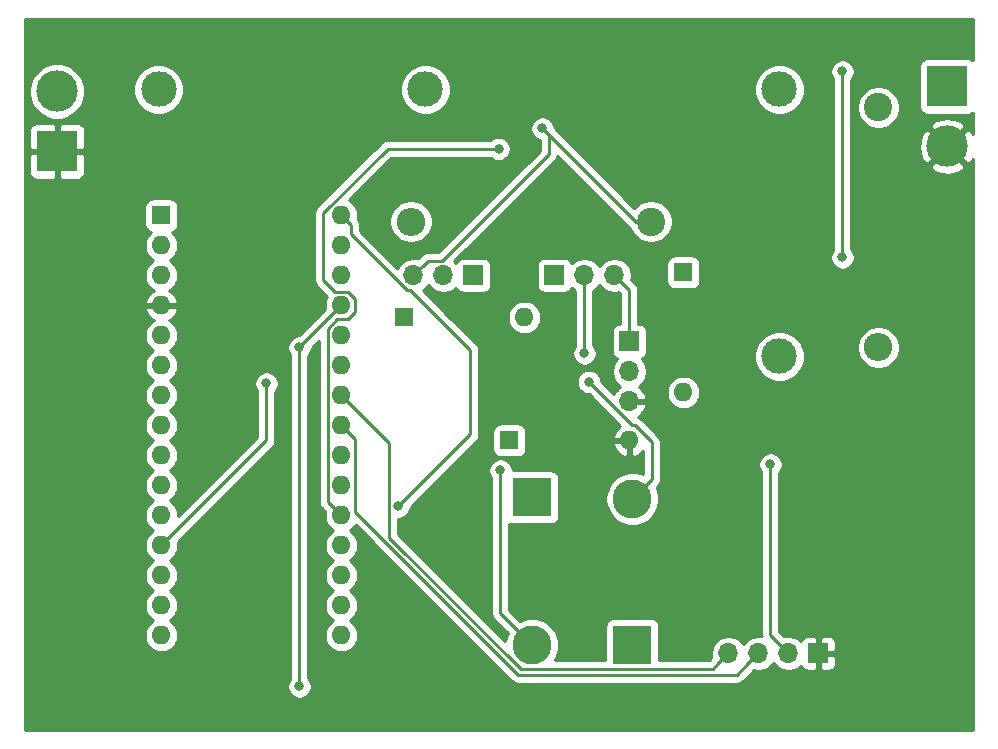
<source format=gbr>
G04 #@! TF.GenerationSoftware,KiCad,Pcbnew,(5.1.5)-3*
G04 #@! TF.CreationDate,2020-06-01T21:11:24-07:00*
G04 #@! TF.ProjectId,MTTP Charge Controller,4d545450-2043-4686-9172-676520436f6e,rev?*
G04 #@! TF.SameCoordinates,Original*
G04 #@! TF.FileFunction,Copper,L2,Bot*
G04 #@! TF.FilePolarity,Positive*
%FSLAX46Y46*%
G04 Gerber Fmt 4.6, Leading zero omitted, Abs format (unit mm)*
G04 Created by KiCad (PCBNEW (5.1.5)-3) date 2020-06-01 21:11:24*
%MOMM*%
%LPD*%
G04 APERTURE LIST*
%ADD10C,3.000000*%
%ADD11C,3.300000*%
%ADD12R,3.300000X3.300000*%
%ADD13R,1.600000X1.600000*%
%ADD14O,1.600000X1.600000*%
%ADD15R,3.500120X3.500120*%
%ADD16C,3.500120*%
%ADD17R,1.700000X1.700000*%
%ADD18O,1.700000X1.700000*%
%ADD19O,2.400000X2.400000*%
%ADD20C,2.400000*%
%ADD21C,0.800000*%
%ADD22C,0.250000*%
%ADD23C,0.254000*%
G04 APERTURE END LIST*
D10*
X114808000Y-57150000D03*
X114808000Y-79750000D03*
D11*
X102362000Y-91794000D03*
D12*
X102362000Y-104194000D03*
X93862000Y-91694000D03*
D11*
X93862000Y-104194000D03*
D13*
X62484000Y-67818000D03*
D14*
X77724000Y-100838000D03*
X62484000Y-70358000D03*
X77724000Y-98298000D03*
X62484000Y-72898000D03*
X77724000Y-95758000D03*
X62484000Y-75438000D03*
X77724000Y-93218000D03*
X62484000Y-77978000D03*
X77724000Y-90678000D03*
X62484000Y-80518000D03*
X77724000Y-88138000D03*
X62484000Y-83058000D03*
X77724000Y-85598000D03*
X62484000Y-85598000D03*
X77724000Y-83058000D03*
X62484000Y-88138000D03*
X77724000Y-80518000D03*
X62484000Y-90678000D03*
X77724000Y-77978000D03*
X62484000Y-93218000D03*
X77724000Y-75438000D03*
X62484000Y-95758000D03*
X77724000Y-72898000D03*
X62484000Y-98298000D03*
X77724000Y-70358000D03*
X62484000Y-100838000D03*
X77724000Y-67818000D03*
X62484000Y-103378000D03*
X77724000Y-103378000D03*
D13*
X106680000Y-72644000D03*
D14*
X106680000Y-82804000D03*
D13*
X83058000Y-76454000D03*
D14*
X93218000Y-76454000D03*
X102108000Y-86868000D03*
D13*
X91948000Y-86868000D03*
D10*
X62236000Y-57150000D03*
X84836000Y-57150000D03*
D15*
X53650000Y-62400000D03*
D16*
X53650000Y-57320000D03*
X129032000Y-61976000D03*
D15*
X129032000Y-56896000D03*
D17*
X118110000Y-104902000D03*
D18*
X115570000Y-104902000D03*
X113030000Y-104902000D03*
X110490000Y-104902000D03*
D17*
X88900000Y-72898000D03*
D18*
X86360000Y-72898000D03*
X83820000Y-72898000D03*
D17*
X95758000Y-72898000D03*
D18*
X98298000Y-72898000D03*
X100838000Y-72898000D03*
X102108000Y-83566000D03*
X102108000Y-81026000D03*
D17*
X102108000Y-78486000D03*
D19*
X83598000Y-68338000D03*
D20*
X103918000Y-68338000D03*
X123190000Y-58674000D03*
D19*
X123190000Y-78994000D03*
D21*
X91029897Y-62177113D03*
X114046000Y-88900000D03*
X74168000Y-78994000D03*
X74168000Y-107696000D03*
X71374000Y-82042000D03*
X82550000Y-92456000D03*
X94742000Y-60452000D03*
X120142000Y-71374000D03*
X120142000Y-55626000D03*
X98679000Y-81915000D03*
X91186000Y-89408000D03*
X98298000Y-79502000D03*
D22*
X76548999Y-92042999D02*
X76924001Y-92418001D01*
X76548999Y-77413999D02*
X76548999Y-92042999D01*
X77349997Y-76613001D02*
X76548999Y-77413999D01*
X78288001Y-76613001D02*
X77349997Y-76613001D01*
X78899001Y-76002001D02*
X78288001Y-76613001D01*
X78899001Y-74873999D02*
X78899001Y-76002001D01*
X78288001Y-74262999D02*
X78899001Y-74873999D01*
X77159999Y-74262999D02*
X78288001Y-74262999D01*
X76924001Y-92418001D02*
X77724000Y-93218000D01*
X76200000Y-73303000D02*
X77159999Y-74262999D01*
X76200000Y-67602998D02*
X76200000Y-73303000D01*
X81625885Y-62177113D02*
X76200000Y-67602998D01*
X91029897Y-62177113D02*
X81625885Y-62177113D01*
X112180001Y-105751999D02*
X113030000Y-104902000D01*
X92682889Y-106719011D02*
X111212989Y-106719011D01*
X111212989Y-106719011D02*
X112180001Y-105751999D01*
X78899001Y-86773001D02*
X78899001Y-92935123D01*
X77724000Y-85598000D02*
X78899001Y-86773001D01*
X78899001Y-92935123D02*
X92682889Y-106719011D01*
X109640001Y-105751999D02*
X110490000Y-104902000D01*
X109172999Y-106219001D02*
X109640001Y-105751999D01*
X92889999Y-106219001D02*
X109172999Y-106219001D01*
X81774999Y-87108999D02*
X81774999Y-95104001D01*
X77724000Y-83058000D02*
X81774999Y-87108999D01*
X81774999Y-95104001D02*
X92889999Y-106219001D01*
X114046000Y-103378000D02*
X115570000Y-104902000D01*
X114046000Y-88900000D02*
X114046000Y-103378000D01*
X74168000Y-78994000D02*
X77724000Y-75438000D01*
X74168000Y-107696000D02*
X74168000Y-78994000D01*
X71374000Y-86868000D02*
X62484000Y-95758000D01*
X71374000Y-82042000D02*
X71374000Y-86868000D01*
X82550000Y-92456000D02*
X88646000Y-86360000D01*
X88646000Y-86360000D02*
X88646000Y-79248000D01*
X78523999Y-68617999D02*
X77724000Y-67818000D01*
X78523999Y-69415001D02*
X78523999Y-68617999D01*
X83231999Y-74123001D02*
X78523999Y-69415001D01*
X83521001Y-74123001D02*
X83231999Y-74123001D01*
X88646000Y-79248000D02*
X83521001Y-74123001D01*
X102628000Y-68338000D02*
X103918000Y-68338000D01*
X94742000Y-60452000D02*
X102628000Y-68338000D01*
X84669999Y-72048001D02*
X83820000Y-72898000D01*
X85045001Y-71672999D02*
X84669999Y-72048001D01*
X86228013Y-71672999D02*
X85045001Y-71672999D01*
X95254001Y-62647011D02*
X86228013Y-71672999D01*
X95254001Y-60964001D02*
X95254001Y-62647011D01*
X94742000Y-60452000D02*
X95254001Y-60964001D01*
X120142000Y-71374000D02*
X120142000Y-56896000D01*
X120142000Y-56896000D02*
X120142000Y-55626000D01*
X102108000Y-74168000D02*
X100838000Y-72898000D01*
X102108000Y-78486000D02*
X102108000Y-74168000D01*
X102362000Y-91794000D02*
X104011999Y-90144001D01*
X102577002Y-85598000D02*
X102362000Y-85598000D01*
X104011999Y-90144001D02*
X104011999Y-87032997D01*
X104011999Y-87032997D02*
X102577002Y-85598000D01*
X102362000Y-85598000D02*
X98679000Y-81915000D01*
X93862000Y-104194000D02*
X91186000Y-101518000D01*
X91186000Y-101518000D02*
X91186000Y-89408000D01*
X98298000Y-79502000D02*
X98298000Y-72898000D01*
D23*
G36*
X131166000Y-54639569D02*
G01*
X131136554Y-54615403D01*
X131026240Y-54556438D01*
X130906542Y-54520128D01*
X130782060Y-54507868D01*
X127281940Y-54507868D01*
X127157458Y-54520128D01*
X127037760Y-54556438D01*
X126927446Y-54615403D01*
X126830755Y-54694755D01*
X126751403Y-54791446D01*
X126692438Y-54901760D01*
X126656128Y-55021458D01*
X126643868Y-55145940D01*
X126643868Y-58646060D01*
X126656128Y-58770542D01*
X126692438Y-58890240D01*
X126751403Y-59000554D01*
X126830755Y-59097245D01*
X126927446Y-59176597D01*
X127037760Y-59235562D01*
X127157458Y-59271872D01*
X127281940Y-59284132D01*
X130782060Y-59284132D01*
X130906542Y-59271872D01*
X131026240Y-59235562D01*
X131136554Y-59176597D01*
X131166000Y-59152431D01*
X131166000Y-60902501D01*
X131042815Y-60672039D01*
X130701651Y-60485954D01*
X129211605Y-61976000D01*
X130701651Y-63466046D01*
X131042815Y-63279961D01*
X131166000Y-63041676D01*
X131166001Y-111354000D01*
X50952000Y-111354000D01*
X50952000Y-77836665D01*
X61049000Y-77836665D01*
X61049000Y-78119335D01*
X61104147Y-78396574D01*
X61212320Y-78657727D01*
X61369363Y-78892759D01*
X61569241Y-79092637D01*
X61801759Y-79248000D01*
X61569241Y-79403363D01*
X61369363Y-79603241D01*
X61212320Y-79838273D01*
X61104147Y-80099426D01*
X61049000Y-80376665D01*
X61049000Y-80659335D01*
X61104147Y-80936574D01*
X61212320Y-81197727D01*
X61369363Y-81432759D01*
X61569241Y-81632637D01*
X61801759Y-81788000D01*
X61569241Y-81943363D01*
X61369363Y-82143241D01*
X61212320Y-82378273D01*
X61104147Y-82639426D01*
X61049000Y-82916665D01*
X61049000Y-83199335D01*
X61104147Y-83476574D01*
X61212320Y-83737727D01*
X61369363Y-83972759D01*
X61569241Y-84172637D01*
X61801759Y-84328000D01*
X61569241Y-84483363D01*
X61369363Y-84683241D01*
X61212320Y-84918273D01*
X61104147Y-85179426D01*
X61049000Y-85456665D01*
X61049000Y-85739335D01*
X61104147Y-86016574D01*
X61212320Y-86277727D01*
X61369363Y-86512759D01*
X61569241Y-86712637D01*
X61801759Y-86868000D01*
X61569241Y-87023363D01*
X61369363Y-87223241D01*
X61212320Y-87458273D01*
X61104147Y-87719426D01*
X61049000Y-87996665D01*
X61049000Y-88279335D01*
X61104147Y-88556574D01*
X61212320Y-88817727D01*
X61369363Y-89052759D01*
X61569241Y-89252637D01*
X61801759Y-89408000D01*
X61569241Y-89563363D01*
X61369363Y-89763241D01*
X61212320Y-89998273D01*
X61104147Y-90259426D01*
X61049000Y-90536665D01*
X61049000Y-90819335D01*
X61104147Y-91096574D01*
X61212320Y-91357727D01*
X61369363Y-91592759D01*
X61569241Y-91792637D01*
X61801759Y-91948000D01*
X61569241Y-92103363D01*
X61369363Y-92303241D01*
X61212320Y-92538273D01*
X61104147Y-92799426D01*
X61049000Y-93076665D01*
X61049000Y-93359335D01*
X61104147Y-93636574D01*
X61212320Y-93897727D01*
X61369363Y-94132759D01*
X61569241Y-94332637D01*
X61801759Y-94488000D01*
X61569241Y-94643363D01*
X61369363Y-94843241D01*
X61212320Y-95078273D01*
X61104147Y-95339426D01*
X61049000Y-95616665D01*
X61049000Y-95899335D01*
X61104147Y-96176574D01*
X61212320Y-96437727D01*
X61369363Y-96672759D01*
X61569241Y-96872637D01*
X61801759Y-97028000D01*
X61569241Y-97183363D01*
X61369363Y-97383241D01*
X61212320Y-97618273D01*
X61104147Y-97879426D01*
X61049000Y-98156665D01*
X61049000Y-98439335D01*
X61104147Y-98716574D01*
X61212320Y-98977727D01*
X61369363Y-99212759D01*
X61569241Y-99412637D01*
X61801759Y-99568000D01*
X61569241Y-99723363D01*
X61369363Y-99923241D01*
X61212320Y-100158273D01*
X61104147Y-100419426D01*
X61049000Y-100696665D01*
X61049000Y-100979335D01*
X61104147Y-101256574D01*
X61212320Y-101517727D01*
X61369363Y-101752759D01*
X61569241Y-101952637D01*
X61801759Y-102108000D01*
X61569241Y-102263363D01*
X61369363Y-102463241D01*
X61212320Y-102698273D01*
X61104147Y-102959426D01*
X61049000Y-103236665D01*
X61049000Y-103519335D01*
X61104147Y-103796574D01*
X61212320Y-104057727D01*
X61369363Y-104292759D01*
X61569241Y-104492637D01*
X61804273Y-104649680D01*
X62065426Y-104757853D01*
X62342665Y-104813000D01*
X62625335Y-104813000D01*
X62902574Y-104757853D01*
X63163727Y-104649680D01*
X63398759Y-104492637D01*
X63598637Y-104292759D01*
X63755680Y-104057727D01*
X63863853Y-103796574D01*
X63919000Y-103519335D01*
X63919000Y-103236665D01*
X63863853Y-102959426D01*
X63755680Y-102698273D01*
X63598637Y-102463241D01*
X63398759Y-102263363D01*
X63166241Y-102108000D01*
X63398759Y-101952637D01*
X63598637Y-101752759D01*
X63755680Y-101517727D01*
X63863853Y-101256574D01*
X63919000Y-100979335D01*
X63919000Y-100696665D01*
X63863853Y-100419426D01*
X63755680Y-100158273D01*
X63598637Y-99923241D01*
X63398759Y-99723363D01*
X63166241Y-99568000D01*
X63398759Y-99412637D01*
X63598637Y-99212759D01*
X63755680Y-98977727D01*
X63863853Y-98716574D01*
X63919000Y-98439335D01*
X63919000Y-98156665D01*
X63863853Y-97879426D01*
X63755680Y-97618273D01*
X63598637Y-97383241D01*
X63398759Y-97183363D01*
X63166241Y-97028000D01*
X63398759Y-96872637D01*
X63598637Y-96672759D01*
X63755680Y-96437727D01*
X63863853Y-96176574D01*
X63919000Y-95899335D01*
X63919000Y-95616665D01*
X63882688Y-95434113D01*
X71885003Y-87431799D01*
X71914001Y-87408001D01*
X72008974Y-87292276D01*
X72079546Y-87160247D01*
X72123003Y-87016986D01*
X72134000Y-86905333D01*
X72137677Y-86868000D01*
X72134000Y-86830667D01*
X72134000Y-82745711D01*
X72177937Y-82701774D01*
X72291205Y-82532256D01*
X72369226Y-82343898D01*
X72409000Y-82143939D01*
X72409000Y-81940061D01*
X72369226Y-81740102D01*
X72291205Y-81551744D01*
X72177937Y-81382226D01*
X72033774Y-81238063D01*
X71864256Y-81124795D01*
X71675898Y-81046774D01*
X71475939Y-81007000D01*
X71272061Y-81007000D01*
X71072102Y-81046774D01*
X70883744Y-81124795D01*
X70714226Y-81238063D01*
X70570063Y-81382226D01*
X70456795Y-81551744D01*
X70378774Y-81740102D01*
X70339000Y-81940061D01*
X70339000Y-82143939D01*
X70378774Y-82343898D01*
X70456795Y-82532256D01*
X70570063Y-82701774D01*
X70614000Y-82745711D01*
X70614001Y-86553197D01*
X63919000Y-93248199D01*
X63919000Y-93076665D01*
X63863853Y-92799426D01*
X63755680Y-92538273D01*
X63598637Y-92303241D01*
X63398759Y-92103363D01*
X63166241Y-91948000D01*
X63398759Y-91792637D01*
X63598637Y-91592759D01*
X63755680Y-91357727D01*
X63863853Y-91096574D01*
X63919000Y-90819335D01*
X63919000Y-90536665D01*
X63863853Y-90259426D01*
X63755680Y-89998273D01*
X63598637Y-89763241D01*
X63398759Y-89563363D01*
X63166241Y-89408000D01*
X63398759Y-89252637D01*
X63598637Y-89052759D01*
X63755680Y-88817727D01*
X63863853Y-88556574D01*
X63919000Y-88279335D01*
X63919000Y-87996665D01*
X63863853Y-87719426D01*
X63755680Y-87458273D01*
X63598637Y-87223241D01*
X63398759Y-87023363D01*
X63166241Y-86868000D01*
X63398759Y-86712637D01*
X63598637Y-86512759D01*
X63755680Y-86277727D01*
X63863853Y-86016574D01*
X63919000Y-85739335D01*
X63919000Y-85456665D01*
X63863853Y-85179426D01*
X63755680Y-84918273D01*
X63598637Y-84683241D01*
X63398759Y-84483363D01*
X63166241Y-84328000D01*
X63398759Y-84172637D01*
X63598637Y-83972759D01*
X63755680Y-83737727D01*
X63863853Y-83476574D01*
X63919000Y-83199335D01*
X63919000Y-82916665D01*
X63863853Y-82639426D01*
X63755680Y-82378273D01*
X63598637Y-82143241D01*
X63398759Y-81943363D01*
X63166241Y-81788000D01*
X63398759Y-81632637D01*
X63598637Y-81432759D01*
X63755680Y-81197727D01*
X63863853Y-80936574D01*
X63919000Y-80659335D01*
X63919000Y-80376665D01*
X63863853Y-80099426D01*
X63755680Y-79838273D01*
X63598637Y-79603241D01*
X63398759Y-79403363D01*
X63166241Y-79248000D01*
X63398759Y-79092637D01*
X63598637Y-78892759D01*
X63599103Y-78892061D01*
X73133000Y-78892061D01*
X73133000Y-79095939D01*
X73172774Y-79295898D01*
X73250795Y-79484256D01*
X73364063Y-79653774D01*
X73408001Y-79697712D01*
X73408000Y-106992289D01*
X73364063Y-107036226D01*
X73250795Y-107205744D01*
X73172774Y-107394102D01*
X73133000Y-107594061D01*
X73133000Y-107797939D01*
X73172774Y-107997898D01*
X73250795Y-108186256D01*
X73364063Y-108355774D01*
X73508226Y-108499937D01*
X73677744Y-108613205D01*
X73866102Y-108691226D01*
X74066061Y-108731000D01*
X74269939Y-108731000D01*
X74469898Y-108691226D01*
X74658256Y-108613205D01*
X74827774Y-108499937D01*
X74971937Y-108355774D01*
X75085205Y-108186256D01*
X75163226Y-107997898D01*
X75203000Y-107797939D01*
X75203000Y-107594061D01*
X75163226Y-107394102D01*
X75085205Y-107205744D01*
X74971937Y-107036226D01*
X74928000Y-106992289D01*
X74928000Y-79697711D01*
X74971937Y-79653774D01*
X75085205Y-79484256D01*
X75163226Y-79295898D01*
X75203000Y-79095939D01*
X75203000Y-79033801D01*
X75788999Y-78447803D01*
X75789000Y-92005667D01*
X75785323Y-92042999D01*
X75789000Y-92080332D01*
X75799420Y-92186121D01*
X75799997Y-92191984D01*
X75843453Y-92335245D01*
X75914025Y-92467275D01*
X75985200Y-92554001D01*
X76008999Y-92583000D01*
X76037997Y-92606798D01*
X76325312Y-92894113D01*
X76289000Y-93076665D01*
X76289000Y-93359335D01*
X76344147Y-93636574D01*
X76452320Y-93897727D01*
X76609363Y-94132759D01*
X76809241Y-94332637D01*
X77041759Y-94488000D01*
X76809241Y-94643363D01*
X76609363Y-94843241D01*
X76452320Y-95078273D01*
X76344147Y-95339426D01*
X76289000Y-95616665D01*
X76289000Y-95899335D01*
X76344147Y-96176574D01*
X76452320Y-96437727D01*
X76609363Y-96672759D01*
X76809241Y-96872637D01*
X77041759Y-97028000D01*
X76809241Y-97183363D01*
X76609363Y-97383241D01*
X76452320Y-97618273D01*
X76344147Y-97879426D01*
X76289000Y-98156665D01*
X76289000Y-98439335D01*
X76344147Y-98716574D01*
X76452320Y-98977727D01*
X76609363Y-99212759D01*
X76809241Y-99412637D01*
X77041759Y-99568000D01*
X76809241Y-99723363D01*
X76609363Y-99923241D01*
X76452320Y-100158273D01*
X76344147Y-100419426D01*
X76289000Y-100696665D01*
X76289000Y-100979335D01*
X76344147Y-101256574D01*
X76452320Y-101517727D01*
X76609363Y-101752759D01*
X76809241Y-101952637D01*
X77041759Y-102108000D01*
X76809241Y-102263363D01*
X76609363Y-102463241D01*
X76452320Y-102698273D01*
X76344147Y-102959426D01*
X76289000Y-103236665D01*
X76289000Y-103519335D01*
X76344147Y-103796574D01*
X76452320Y-104057727D01*
X76609363Y-104292759D01*
X76809241Y-104492637D01*
X77044273Y-104649680D01*
X77305426Y-104757853D01*
X77582665Y-104813000D01*
X77865335Y-104813000D01*
X78142574Y-104757853D01*
X78403727Y-104649680D01*
X78638759Y-104492637D01*
X78838637Y-104292759D01*
X78995680Y-104057727D01*
X79103853Y-103796574D01*
X79159000Y-103519335D01*
X79159000Y-103236665D01*
X79103853Y-102959426D01*
X78995680Y-102698273D01*
X78838637Y-102463241D01*
X78638759Y-102263363D01*
X78406241Y-102108000D01*
X78638759Y-101952637D01*
X78838637Y-101752759D01*
X78995680Y-101517727D01*
X79103853Y-101256574D01*
X79159000Y-100979335D01*
X79159000Y-100696665D01*
X79103853Y-100419426D01*
X78995680Y-100158273D01*
X78838637Y-99923241D01*
X78638759Y-99723363D01*
X78406241Y-99568000D01*
X78638759Y-99412637D01*
X78838637Y-99212759D01*
X78995680Y-98977727D01*
X79103853Y-98716574D01*
X79159000Y-98439335D01*
X79159000Y-98156665D01*
X79103853Y-97879426D01*
X78995680Y-97618273D01*
X78838637Y-97383241D01*
X78638759Y-97183363D01*
X78406241Y-97028000D01*
X78638759Y-96872637D01*
X78838637Y-96672759D01*
X78995680Y-96437727D01*
X79103853Y-96176574D01*
X79159000Y-95899335D01*
X79159000Y-95616665D01*
X79103853Y-95339426D01*
X78995680Y-95078273D01*
X78838637Y-94843241D01*
X78638759Y-94643363D01*
X78406241Y-94488000D01*
X78638759Y-94332637D01*
X78838637Y-94132759D01*
X78912016Y-94022939D01*
X92119090Y-107230014D01*
X92142888Y-107259012D01*
X92258613Y-107353985D01*
X92390642Y-107424557D01*
X92533903Y-107468014D01*
X92645556Y-107479011D01*
X92645565Y-107479011D01*
X92682888Y-107482687D01*
X92720211Y-107479011D01*
X111175667Y-107479011D01*
X111212989Y-107482687D01*
X111250311Y-107479011D01*
X111250322Y-107479011D01*
X111361975Y-107468014D01*
X111505236Y-107424557D01*
X111637265Y-107353985D01*
X111752990Y-107259012D01*
X111776792Y-107230009D01*
X112663593Y-106343210D01*
X112883740Y-106387000D01*
X113176260Y-106387000D01*
X113463158Y-106329932D01*
X113733411Y-106217990D01*
X113976632Y-106055475D01*
X114183475Y-105848632D01*
X114300000Y-105674240D01*
X114416525Y-105848632D01*
X114623368Y-106055475D01*
X114866589Y-106217990D01*
X115136842Y-106329932D01*
X115423740Y-106387000D01*
X115716260Y-106387000D01*
X116003158Y-106329932D01*
X116273411Y-106217990D01*
X116516632Y-106055475D01*
X116648487Y-105923620D01*
X116670498Y-105996180D01*
X116729463Y-106106494D01*
X116808815Y-106203185D01*
X116905506Y-106282537D01*
X117015820Y-106341502D01*
X117135518Y-106377812D01*
X117260000Y-106390072D01*
X117824250Y-106387000D01*
X117983000Y-106228250D01*
X117983000Y-105029000D01*
X118237000Y-105029000D01*
X118237000Y-106228250D01*
X118395750Y-106387000D01*
X118960000Y-106390072D01*
X119084482Y-106377812D01*
X119204180Y-106341502D01*
X119314494Y-106282537D01*
X119411185Y-106203185D01*
X119490537Y-106106494D01*
X119549502Y-105996180D01*
X119585812Y-105876482D01*
X119598072Y-105752000D01*
X119595000Y-105187750D01*
X119436250Y-105029000D01*
X118237000Y-105029000D01*
X117983000Y-105029000D01*
X117963000Y-105029000D01*
X117963000Y-104775000D01*
X117983000Y-104775000D01*
X117983000Y-103575750D01*
X118237000Y-103575750D01*
X118237000Y-104775000D01*
X119436250Y-104775000D01*
X119595000Y-104616250D01*
X119598072Y-104052000D01*
X119585812Y-103927518D01*
X119549502Y-103807820D01*
X119490537Y-103697506D01*
X119411185Y-103600815D01*
X119314494Y-103521463D01*
X119204180Y-103462498D01*
X119084482Y-103426188D01*
X118960000Y-103413928D01*
X118395750Y-103417000D01*
X118237000Y-103575750D01*
X117983000Y-103575750D01*
X117824250Y-103417000D01*
X117260000Y-103413928D01*
X117135518Y-103426188D01*
X117015820Y-103462498D01*
X116905506Y-103521463D01*
X116808815Y-103600815D01*
X116729463Y-103697506D01*
X116670498Y-103807820D01*
X116648487Y-103880380D01*
X116516632Y-103748525D01*
X116273411Y-103586010D01*
X116003158Y-103474068D01*
X115716260Y-103417000D01*
X115423740Y-103417000D01*
X115203592Y-103460790D01*
X114806000Y-103063199D01*
X114806000Y-89603711D01*
X114849937Y-89559774D01*
X114963205Y-89390256D01*
X115041226Y-89201898D01*
X115081000Y-89001939D01*
X115081000Y-88798061D01*
X115041226Y-88598102D01*
X114963205Y-88409744D01*
X114849937Y-88240226D01*
X114705774Y-88096063D01*
X114536256Y-87982795D01*
X114347898Y-87904774D01*
X114147939Y-87865000D01*
X113944061Y-87865000D01*
X113744102Y-87904774D01*
X113555744Y-87982795D01*
X113386226Y-88096063D01*
X113242063Y-88240226D01*
X113128795Y-88409744D01*
X113050774Y-88598102D01*
X113011000Y-88798061D01*
X113011000Y-89001939D01*
X113050774Y-89201898D01*
X113128795Y-89390256D01*
X113242063Y-89559774D01*
X113286000Y-89603711D01*
X113286001Y-103340668D01*
X113282324Y-103378000D01*
X113286001Y-103415333D01*
X113288361Y-103439299D01*
X113176260Y-103417000D01*
X112883740Y-103417000D01*
X112596842Y-103474068D01*
X112326589Y-103586010D01*
X112083368Y-103748525D01*
X111876525Y-103955368D01*
X111760000Y-104129760D01*
X111643475Y-103955368D01*
X111436632Y-103748525D01*
X111193411Y-103586010D01*
X110923158Y-103474068D01*
X110636260Y-103417000D01*
X110343740Y-103417000D01*
X110056842Y-103474068D01*
X109786589Y-103586010D01*
X109543368Y-103748525D01*
X109336525Y-103955368D01*
X109174010Y-104198589D01*
X109062068Y-104468842D01*
X109005000Y-104755740D01*
X109005000Y-105048260D01*
X109048791Y-105268408D01*
X108858198Y-105459001D01*
X104650072Y-105459001D01*
X104650072Y-102544000D01*
X104637812Y-102419518D01*
X104601502Y-102299820D01*
X104542537Y-102189506D01*
X104463185Y-102092815D01*
X104366494Y-102013463D01*
X104256180Y-101954498D01*
X104136482Y-101918188D01*
X104012000Y-101905928D01*
X100712000Y-101905928D01*
X100587518Y-101918188D01*
X100467820Y-101954498D01*
X100357506Y-102013463D01*
X100260815Y-102092815D01*
X100181463Y-102189506D01*
X100122498Y-102299820D01*
X100086188Y-102419518D01*
X100073928Y-102544000D01*
X100073928Y-105459001D01*
X95764899Y-105459001D01*
X95886941Y-105276353D01*
X96059189Y-104860510D01*
X96147000Y-104419053D01*
X96147000Y-103968947D01*
X96059189Y-103527490D01*
X95886941Y-103111647D01*
X95636875Y-102737397D01*
X95318603Y-102419125D01*
X94944353Y-102169059D01*
X94528510Y-101996811D01*
X94087053Y-101909000D01*
X93636947Y-101909000D01*
X93195490Y-101996811D01*
X92873136Y-102130334D01*
X91946000Y-101203199D01*
X91946000Y-93921839D01*
X91967820Y-93933502D01*
X92087518Y-93969812D01*
X92212000Y-93982072D01*
X95512000Y-93982072D01*
X95636482Y-93969812D01*
X95756180Y-93933502D01*
X95866494Y-93874537D01*
X95963185Y-93795185D01*
X96042537Y-93698494D01*
X96101502Y-93588180D01*
X96137812Y-93468482D01*
X96150072Y-93344000D01*
X96150072Y-90044000D01*
X96137812Y-89919518D01*
X96101502Y-89799820D01*
X96042537Y-89689506D01*
X95963185Y-89592815D01*
X95866494Y-89513463D01*
X95756180Y-89454498D01*
X95636482Y-89418188D01*
X95512000Y-89405928D01*
X92221000Y-89405928D01*
X92221000Y-89306061D01*
X92181226Y-89106102D01*
X92103205Y-88917744D01*
X91989937Y-88748226D01*
X91845774Y-88604063D01*
X91676256Y-88490795D01*
X91487898Y-88412774D01*
X91287939Y-88373000D01*
X91084061Y-88373000D01*
X90884102Y-88412774D01*
X90695744Y-88490795D01*
X90526226Y-88604063D01*
X90382063Y-88748226D01*
X90268795Y-88917744D01*
X90190774Y-89106102D01*
X90151000Y-89306061D01*
X90151000Y-89509939D01*
X90190774Y-89709898D01*
X90268795Y-89898256D01*
X90382063Y-90067774D01*
X90426001Y-90111712D01*
X90426000Y-101480678D01*
X90422324Y-101518000D01*
X90426000Y-101555322D01*
X90426000Y-101555332D01*
X90436997Y-101666985D01*
X90463016Y-101752759D01*
X90480454Y-101810246D01*
X90551026Y-101942276D01*
X90590871Y-101990826D01*
X90645999Y-102058001D01*
X90675003Y-102081804D01*
X91798334Y-103205136D01*
X91664811Y-103527490D01*
X91599854Y-103854054D01*
X82534999Y-94789200D01*
X82534999Y-93491000D01*
X82651939Y-93491000D01*
X82851898Y-93451226D01*
X83040256Y-93373205D01*
X83209774Y-93259937D01*
X83353937Y-93115774D01*
X83467205Y-92946256D01*
X83545226Y-92757898D01*
X83585000Y-92557939D01*
X83585000Y-92495801D01*
X89157004Y-86923798D01*
X89186001Y-86900001D01*
X89254322Y-86816752D01*
X89280974Y-86784277D01*
X89351546Y-86652247D01*
X89351546Y-86652246D01*
X89395003Y-86508986D01*
X89406000Y-86397333D01*
X89406000Y-86397323D01*
X89409676Y-86360000D01*
X89406000Y-86322677D01*
X89406000Y-86068000D01*
X90509928Y-86068000D01*
X90509928Y-87668000D01*
X90522188Y-87792482D01*
X90558498Y-87912180D01*
X90617463Y-88022494D01*
X90696815Y-88119185D01*
X90793506Y-88198537D01*
X90903820Y-88257502D01*
X91023518Y-88293812D01*
X91148000Y-88306072D01*
X92748000Y-88306072D01*
X92872482Y-88293812D01*
X92992180Y-88257502D01*
X93102494Y-88198537D01*
X93199185Y-88119185D01*
X93278537Y-88022494D01*
X93337502Y-87912180D01*
X93373812Y-87792482D01*
X93386072Y-87668000D01*
X93386072Y-87217039D01*
X100716096Y-87217039D01*
X100756754Y-87351087D01*
X100876963Y-87605420D01*
X101044481Y-87831414D01*
X101252869Y-88020385D01*
X101494119Y-88165070D01*
X101758960Y-88259909D01*
X101981000Y-88138624D01*
X101981000Y-86995000D01*
X100838085Y-86995000D01*
X100716096Y-87217039D01*
X93386072Y-87217039D01*
X93386072Y-86068000D01*
X93373812Y-85943518D01*
X93337502Y-85823820D01*
X93278537Y-85713506D01*
X93199185Y-85616815D01*
X93102494Y-85537463D01*
X92992180Y-85478498D01*
X92872482Y-85442188D01*
X92748000Y-85429928D01*
X91148000Y-85429928D01*
X91023518Y-85442188D01*
X90903820Y-85478498D01*
X90793506Y-85537463D01*
X90696815Y-85616815D01*
X90617463Y-85713506D01*
X90558498Y-85823820D01*
X90522188Y-85943518D01*
X90509928Y-86068000D01*
X89406000Y-86068000D01*
X89406000Y-79285322D01*
X89409676Y-79247999D01*
X89406000Y-79210676D01*
X89406000Y-79210667D01*
X89395003Y-79099014D01*
X89351546Y-78955753D01*
X89317875Y-78892759D01*
X89280974Y-78823723D01*
X89209799Y-78736997D01*
X89186001Y-78707999D01*
X89157003Y-78684201D01*
X86785467Y-76312665D01*
X91783000Y-76312665D01*
X91783000Y-76595335D01*
X91838147Y-76872574D01*
X91946320Y-77133727D01*
X92103363Y-77368759D01*
X92303241Y-77568637D01*
X92538273Y-77725680D01*
X92799426Y-77833853D01*
X93076665Y-77889000D01*
X93359335Y-77889000D01*
X93636574Y-77833853D01*
X93897727Y-77725680D01*
X94132759Y-77568637D01*
X94332637Y-77368759D01*
X94489680Y-77133727D01*
X94597853Y-76872574D01*
X94653000Y-76595335D01*
X94653000Y-76312665D01*
X94597853Y-76035426D01*
X94489680Y-75774273D01*
X94332637Y-75539241D01*
X94132759Y-75339363D01*
X93897727Y-75182320D01*
X93636574Y-75074147D01*
X93359335Y-75019000D01*
X93076665Y-75019000D01*
X92799426Y-75074147D01*
X92538273Y-75182320D01*
X92303241Y-75339363D01*
X92103363Y-75539241D01*
X91946320Y-75774273D01*
X91838147Y-76035426D01*
X91783000Y-76312665D01*
X86785467Y-76312665D01*
X84621350Y-74148549D01*
X84766632Y-74051475D01*
X84973475Y-73844632D01*
X85090000Y-73670240D01*
X85206525Y-73844632D01*
X85413368Y-74051475D01*
X85656589Y-74213990D01*
X85926842Y-74325932D01*
X86213740Y-74383000D01*
X86506260Y-74383000D01*
X86793158Y-74325932D01*
X87063411Y-74213990D01*
X87306632Y-74051475D01*
X87438487Y-73919620D01*
X87460498Y-73992180D01*
X87519463Y-74102494D01*
X87598815Y-74199185D01*
X87695506Y-74278537D01*
X87805820Y-74337502D01*
X87925518Y-74373812D01*
X88050000Y-74386072D01*
X89750000Y-74386072D01*
X89874482Y-74373812D01*
X89994180Y-74337502D01*
X90104494Y-74278537D01*
X90201185Y-74199185D01*
X90280537Y-74102494D01*
X90339502Y-73992180D01*
X90375812Y-73872482D01*
X90388072Y-73748000D01*
X90388072Y-72048000D01*
X94269928Y-72048000D01*
X94269928Y-73748000D01*
X94282188Y-73872482D01*
X94318498Y-73992180D01*
X94377463Y-74102494D01*
X94456815Y-74199185D01*
X94553506Y-74278537D01*
X94663820Y-74337502D01*
X94783518Y-74373812D01*
X94908000Y-74386072D01*
X96608000Y-74386072D01*
X96732482Y-74373812D01*
X96852180Y-74337502D01*
X96962494Y-74278537D01*
X97059185Y-74199185D01*
X97138537Y-74102494D01*
X97197502Y-73992180D01*
X97219513Y-73919620D01*
X97351368Y-74051475D01*
X97538001Y-74176179D01*
X97538000Y-78798289D01*
X97494063Y-78842226D01*
X97380795Y-79011744D01*
X97302774Y-79200102D01*
X97263000Y-79400061D01*
X97263000Y-79603939D01*
X97302774Y-79803898D01*
X97380795Y-79992256D01*
X97494063Y-80161774D01*
X97638226Y-80305937D01*
X97807744Y-80419205D01*
X97996102Y-80497226D01*
X98196061Y-80537000D01*
X98399939Y-80537000D01*
X98599898Y-80497226D01*
X98788256Y-80419205D01*
X98957774Y-80305937D01*
X99101937Y-80161774D01*
X99215205Y-79992256D01*
X99293226Y-79803898D01*
X99333000Y-79603939D01*
X99333000Y-79400061D01*
X99293226Y-79200102D01*
X99215205Y-79011744D01*
X99101937Y-78842226D01*
X99058000Y-78798289D01*
X99058000Y-74176178D01*
X99244632Y-74051475D01*
X99451475Y-73844632D01*
X99568000Y-73670240D01*
X99684525Y-73844632D01*
X99891368Y-74051475D01*
X100134589Y-74213990D01*
X100404842Y-74325932D01*
X100691740Y-74383000D01*
X100984260Y-74383000D01*
X101204408Y-74339210D01*
X101348001Y-74482803D01*
X101348000Y-76997928D01*
X101258000Y-76997928D01*
X101133518Y-77010188D01*
X101013820Y-77046498D01*
X100903506Y-77105463D01*
X100806815Y-77184815D01*
X100727463Y-77281506D01*
X100668498Y-77391820D01*
X100632188Y-77511518D01*
X100619928Y-77636000D01*
X100619928Y-79336000D01*
X100632188Y-79460482D01*
X100668498Y-79580180D01*
X100727463Y-79690494D01*
X100806815Y-79787185D01*
X100903506Y-79866537D01*
X101013820Y-79925502D01*
X101086380Y-79947513D01*
X100954525Y-80079368D01*
X100792010Y-80322589D01*
X100680068Y-80592842D01*
X100623000Y-80879740D01*
X100623000Y-81172260D01*
X100680068Y-81459158D01*
X100792010Y-81729411D01*
X100954525Y-81972632D01*
X101161368Y-82179475D01*
X101343534Y-82301195D01*
X101226645Y-82370822D01*
X101010412Y-82565731D01*
X100836359Y-82799080D01*
X100772323Y-82933522D01*
X99714000Y-81875199D01*
X99714000Y-81813061D01*
X99674226Y-81613102D01*
X99596205Y-81424744D01*
X99482937Y-81255226D01*
X99338774Y-81111063D01*
X99169256Y-80997795D01*
X98980898Y-80919774D01*
X98780939Y-80880000D01*
X98577061Y-80880000D01*
X98377102Y-80919774D01*
X98188744Y-80997795D01*
X98019226Y-81111063D01*
X97875063Y-81255226D01*
X97761795Y-81424744D01*
X97683774Y-81613102D01*
X97644000Y-81813061D01*
X97644000Y-82016939D01*
X97683774Y-82216898D01*
X97761795Y-82405256D01*
X97875063Y-82574774D01*
X98019226Y-82718937D01*
X98188744Y-82832205D01*
X98377102Y-82910226D01*
X98577061Y-82950000D01*
X98639199Y-82950000D01*
X101347850Y-85658652D01*
X101252869Y-85715615D01*
X101044481Y-85904586D01*
X100876963Y-86130580D01*
X100756754Y-86384913D01*
X100716096Y-86518961D01*
X100838085Y-86741000D01*
X101981000Y-86741000D01*
X101981000Y-86721000D01*
X102235000Y-86721000D01*
X102235000Y-86741000D01*
X102255000Y-86741000D01*
X102255000Y-86995000D01*
X102235000Y-86995000D01*
X102235000Y-88138624D01*
X102457040Y-88259909D01*
X102721881Y-88165070D01*
X102963131Y-88020385D01*
X103171519Y-87831414D01*
X103252000Y-87722840D01*
X103251999Y-89689383D01*
X103028510Y-89596811D01*
X102587053Y-89509000D01*
X102136947Y-89509000D01*
X101695490Y-89596811D01*
X101279647Y-89769059D01*
X100905397Y-90019125D01*
X100587125Y-90337397D01*
X100337059Y-90711647D01*
X100164811Y-91127490D01*
X100077000Y-91568947D01*
X100077000Y-92019053D01*
X100164811Y-92460510D01*
X100337059Y-92876353D01*
X100587125Y-93250603D01*
X100905397Y-93568875D01*
X101279647Y-93818941D01*
X101695490Y-93991189D01*
X102136947Y-94079000D01*
X102587053Y-94079000D01*
X103028510Y-93991189D01*
X103444353Y-93818941D01*
X103818603Y-93568875D01*
X104136875Y-93250603D01*
X104386941Y-92876353D01*
X104559189Y-92460510D01*
X104647000Y-92019053D01*
X104647000Y-91568947D01*
X104559189Y-91127490D01*
X104425666Y-90805136D01*
X104523003Y-90707799D01*
X104552000Y-90684002D01*
X104578331Y-90651918D01*
X104646973Y-90568278D01*
X104717545Y-90436248D01*
X104727562Y-90403226D01*
X104761002Y-90292987D01*
X104771999Y-90181334D01*
X104771999Y-90181324D01*
X104775675Y-90144001D01*
X104771999Y-90106678D01*
X104771999Y-87070319D01*
X104775675Y-87032996D01*
X104771999Y-86995673D01*
X104771999Y-86995664D01*
X104761002Y-86884011D01*
X104717545Y-86740750D01*
X104646973Y-86608721D01*
X104552000Y-86492996D01*
X104523002Y-86469198D01*
X103140806Y-85087003D01*
X103117003Y-85057999D01*
X103001278Y-84963026D01*
X102869249Y-84892454D01*
X102802807Y-84872299D01*
X102989355Y-84761178D01*
X103205588Y-84566269D01*
X103379641Y-84332920D01*
X103504825Y-84070099D01*
X103549476Y-83922890D01*
X103428155Y-83693000D01*
X102235000Y-83693000D01*
X102235000Y-83713000D01*
X101981000Y-83713000D01*
X101981000Y-83693000D01*
X101961000Y-83693000D01*
X101961000Y-83439000D01*
X101981000Y-83439000D01*
X101981000Y-83419000D01*
X102235000Y-83419000D01*
X102235000Y-83439000D01*
X103428155Y-83439000D01*
X103549476Y-83209110D01*
X103504825Y-83061901D01*
X103379641Y-82799080D01*
X103277891Y-82662665D01*
X105245000Y-82662665D01*
X105245000Y-82945335D01*
X105300147Y-83222574D01*
X105408320Y-83483727D01*
X105565363Y-83718759D01*
X105765241Y-83918637D01*
X106000273Y-84075680D01*
X106261426Y-84183853D01*
X106538665Y-84239000D01*
X106821335Y-84239000D01*
X107098574Y-84183853D01*
X107359727Y-84075680D01*
X107594759Y-83918637D01*
X107794637Y-83718759D01*
X107951680Y-83483727D01*
X108059853Y-83222574D01*
X108115000Y-82945335D01*
X108115000Y-82662665D01*
X108059853Y-82385426D01*
X107951680Y-82124273D01*
X107794637Y-81889241D01*
X107594759Y-81689363D01*
X107359727Y-81532320D01*
X107098574Y-81424147D01*
X106821335Y-81369000D01*
X106538665Y-81369000D01*
X106261426Y-81424147D01*
X106000273Y-81532320D01*
X105765241Y-81689363D01*
X105565363Y-81889241D01*
X105408320Y-82124273D01*
X105300147Y-82385426D01*
X105245000Y-82662665D01*
X103277891Y-82662665D01*
X103205588Y-82565731D01*
X102989355Y-82370822D01*
X102872466Y-82301195D01*
X103054632Y-82179475D01*
X103261475Y-81972632D01*
X103423990Y-81729411D01*
X103535932Y-81459158D01*
X103593000Y-81172260D01*
X103593000Y-80879740D01*
X103535932Y-80592842D01*
X103423990Y-80322589D01*
X103261475Y-80079368D01*
X103129620Y-79947513D01*
X103202180Y-79925502D01*
X103312494Y-79866537D01*
X103409185Y-79787185D01*
X103488537Y-79690494D01*
X103547502Y-79580180D01*
X103559775Y-79539721D01*
X112673000Y-79539721D01*
X112673000Y-79960279D01*
X112755047Y-80372756D01*
X112915988Y-80761302D01*
X113149637Y-81110983D01*
X113447017Y-81408363D01*
X113796698Y-81642012D01*
X114185244Y-81802953D01*
X114597721Y-81885000D01*
X115018279Y-81885000D01*
X115430756Y-81802953D01*
X115819302Y-81642012D01*
X116168983Y-81408363D01*
X116466363Y-81110983D01*
X116700012Y-80761302D01*
X116860953Y-80372756D01*
X116943000Y-79960279D01*
X116943000Y-79539721D01*
X116860953Y-79127244D01*
X116730900Y-78813268D01*
X121355000Y-78813268D01*
X121355000Y-79174732D01*
X121425518Y-79529250D01*
X121563844Y-79863199D01*
X121764662Y-80163744D01*
X122020256Y-80419338D01*
X122320801Y-80620156D01*
X122654750Y-80758482D01*
X123009268Y-80829000D01*
X123370732Y-80829000D01*
X123725250Y-80758482D01*
X124059199Y-80620156D01*
X124359744Y-80419338D01*
X124615338Y-80163744D01*
X124816156Y-79863199D01*
X124954482Y-79529250D01*
X125025000Y-79174732D01*
X125025000Y-78813268D01*
X124954482Y-78458750D01*
X124816156Y-78124801D01*
X124615338Y-77824256D01*
X124359744Y-77568662D01*
X124059199Y-77367844D01*
X123725250Y-77229518D01*
X123370732Y-77159000D01*
X123009268Y-77159000D01*
X122654750Y-77229518D01*
X122320801Y-77367844D01*
X122020256Y-77568662D01*
X121764662Y-77824256D01*
X121563844Y-78124801D01*
X121425518Y-78458750D01*
X121355000Y-78813268D01*
X116730900Y-78813268D01*
X116700012Y-78738698D01*
X116466363Y-78389017D01*
X116168983Y-78091637D01*
X115819302Y-77857988D01*
X115430756Y-77697047D01*
X115018279Y-77615000D01*
X114597721Y-77615000D01*
X114185244Y-77697047D01*
X113796698Y-77857988D01*
X113447017Y-78091637D01*
X113149637Y-78389017D01*
X112915988Y-78738698D01*
X112755047Y-79127244D01*
X112673000Y-79539721D01*
X103559775Y-79539721D01*
X103583812Y-79460482D01*
X103596072Y-79336000D01*
X103596072Y-77636000D01*
X103583812Y-77511518D01*
X103547502Y-77391820D01*
X103488537Y-77281506D01*
X103409185Y-77184815D01*
X103312494Y-77105463D01*
X103202180Y-77046498D01*
X103082482Y-77010188D01*
X102958000Y-76997928D01*
X102868000Y-76997928D01*
X102868000Y-74205322D01*
X102871676Y-74167999D01*
X102868000Y-74130676D01*
X102868000Y-74130667D01*
X102857003Y-74019014D01*
X102813546Y-73875753D01*
X102742974Y-73743724D01*
X102648001Y-73627999D01*
X102619003Y-73604201D01*
X102279210Y-73264408D01*
X102323000Y-73044260D01*
X102323000Y-72751740D01*
X102265932Y-72464842D01*
X102153990Y-72194589D01*
X101991475Y-71951368D01*
X101884107Y-71844000D01*
X105241928Y-71844000D01*
X105241928Y-73444000D01*
X105254188Y-73568482D01*
X105290498Y-73688180D01*
X105349463Y-73798494D01*
X105428815Y-73895185D01*
X105525506Y-73974537D01*
X105635820Y-74033502D01*
X105755518Y-74069812D01*
X105880000Y-74082072D01*
X107480000Y-74082072D01*
X107604482Y-74069812D01*
X107724180Y-74033502D01*
X107834494Y-73974537D01*
X107931185Y-73895185D01*
X108010537Y-73798494D01*
X108069502Y-73688180D01*
X108105812Y-73568482D01*
X108118072Y-73444000D01*
X108118072Y-71844000D01*
X108105812Y-71719518D01*
X108069502Y-71599820D01*
X108010537Y-71489506D01*
X107931185Y-71392815D01*
X107834494Y-71313463D01*
X107724180Y-71254498D01*
X107604482Y-71218188D01*
X107480000Y-71205928D01*
X105880000Y-71205928D01*
X105755518Y-71218188D01*
X105635820Y-71254498D01*
X105525506Y-71313463D01*
X105428815Y-71392815D01*
X105349463Y-71489506D01*
X105290498Y-71599820D01*
X105254188Y-71719518D01*
X105241928Y-71844000D01*
X101884107Y-71844000D01*
X101784632Y-71744525D01*
X101541411Y-71582010D01*
X101271158Y-71470068D01*
X100984260Y-71413000D01*
X100691740Y-71413000D01*
X100404842Y-71470068D01*
X100134589Y-71582010D01*
X99891368Y-71744525D01*
X99684525Y-71951368D01*
X99568000Y-72125760D01*
X99451475Y-71951368D01*
X99244632Y-71744525D01*
X99001411Y-71582010D01*
X98731158Y-71470068D01*
X98444260Y-71413000D01*
X98151740Y-71413000D01*
X97864842Y-71470068D01*
X97594589Y-71582010D01*
X97351368Y-71744525D01*
X97219513Y-71876380D01*
X97197502Y-71803820D01*
X97138537Y-71693506D01*
X97059185Y-71596815D01*
X96962494Y-71517463D01*
X96852180Y-71458498D01*
X96732482Y-71422188D01*
X96608000Y-71409928D01*
X94908000Y-71409928D01*
X94783518Y-71422188D01*
X94663820Y-71458498D01*
X94553506Y-71517463D01*
X94456815Y-71596815D01*
X94377463Y-71693506D01*
X94318498Y-71803820D01*
X94282188Y-71923518D01*
X94269928Y-72048000D01*
X90388072Y-72048000D01*
X90375812Y-71923518D01*
X90339502Y-71803820D01*
X90280537Y-71693506D01*
X90201185Y-71596815D01*
X90104494Y-71517463D01*
X89994180Y-71458498D01*
X89874482Y-71422188D01*
X89750000Y-71409928D01*
X88050000Y-71409928D01*
X87925518Y-71422188D01*
X87805820Y-71458498D01*
X87695506Y-71517463D01*
X87598815Y-71596815D01*
X87519463Y-71693506D01*
X87460498Y-71803820D01*
X87438487Y-71876380D01*
X87306632Y-71744525D01*
X87261467Y-71714346D01*
X95765004Y-63210810D01*
X95794002Y-63187012D01*
X95888975Y-63071287D01*
X95959547Y-62939258D01*
X96003004Y-62795997D01*
X96003738Y-62788540D01*
X102064201Y-68849003D01*
X102087999Y-68878001D01*
X102116997Y-68901799D01*
X102190242Y-68961911D01*
X102291844Y-69207199D01*
X102492662Y-69507744D01*
X102748256Y-69763338D01*
X103048801Y-69964156D01*
X103382750Y-70102482D01*
X103737268Y-70173000D01*
X104098732Y-70173000D01*
X104453250Y-70102482D01*
X104787199Y-69964156D01*
X105087744Y-69763338D01*
X105343338Y-69507744D01*
X105544156Y-69207199D01*
X105682482Y-68873250D01*
X105753000Y-68518732D01*
X105753000Y-68157268D01*
X105682482Y-67802750D01*
X105544156Y-67468801D01*
X105343338Y-67168256D01*
X105087744Y-66912662D01*
X104787199Y-66711844D01*
X104453250Y-66573518D01*
X104098732Y-66503000D01*
X103737268Y-66503000D01*
X103382750Y-66573518D01*
X103048801Y-66711844D01*
X102748256Y-66912662D01*
X102512860Y-67148058D01*
X95817804Y-60453003D01*
X95794002Y-60424000D01*
X95777000Y-60410047D01*
X95777000Y-60350061D01*
X95737226Y-60150102D01*
X95659205Y-59961744D01*
X95545937Y-59792226D01*
X95401774Y-59648063D01*
X95232256Y-59534795D01*
X95043898Y-59456774D01*
X94843939Y-59417000D01*
X94640061Y-59417000D01*
X94440102Y-59456774D01*
X94251744Y-59534795D01*
X94082226Y-59648063D01*
X93938063Y-59792226D01*
X93824795Y-59961744D01*
X93746774Y-60150102D01*
X93707000Y-60350061D01*
X93707000Y-60553939D01*
X93746774Y-60753898D01*
X93824795Y-60942256D01*
X93938063Y-61111774D01*
X94082226Y-61255937D01*
X94251744Y-61369205D01*
X94440102Y-61447226D01*
X94494001Y-61457947D01*
X94494002Y-62332208D01*
X85913212Y-70912999D01*
X85082324Y-70912999D01*
X85045001Y-70909323D01*
X85007678Y-70912999D01*
X85007668Y-70912999D01*
X84896015Y-70923996D01*
X84752754Y-70967453D01*
X84620725Y-71038025D01*
X84505000Y-71132998D01*
X84481197Y-71162002D01*
X84186408Y-71456791D01*
X83966260Y-71413000D01*
X83673740Y-71413000D01*
X83386842Y-71470068D01*
X83116589Y-71582010D01*
X82873368Y-71744525D01*
X82666525Y-71951368D01*
X82504010Y-72194589D01*
X82467217Y-72283416D01*
X79283999Y-69100200D01*
X79283999Y-68655321D01*
X79287675Y-68617998D01*
X79283999Y-68580675D01*
X79283999Y-68580666D01*
X79273002Y-68469013D01*
X79229545Y-68325752D01*
X79158973Y-68193723D01*
X79145810Y-68177684D01*
X79129056Y-68157268D01*
X81763000Y-68157268D01*
X81763000Y-68518732D01*
X81833518Y-68873250D01*
X81971844Y-69207199D01*
X82172662Y-69507744D01*
X82428256Y-69763338D01*
X82728801Y-69964156D01*
X83062750Y-70102482D01*
X83417268Y-70173000D01*
X83778732Y-70173000D01*
X84133250Y-70102482D01*
X84467199Y-69964156D01*
X84767744Y-69763338D01*
X85023338Y-69507744D01*
X85224156Y-69207199D01*
X85362482Y-68873250D01*
X85433000Y-68518732D01*
X85433000Y-68157268D01*
X85362482Y-67802750D01*
X85224156Y-67468801D01*
X85023338Y-67168256D01*
X84767744Y-66912662D01*
X84467199Y-66711844D01*
X84133250Y-66573518D01*
X83778732Y-66503000D01*
X83417268Y-66503000D01*
X83062750Y-66573518D01*
X82728801Y-66711844D01*
X82428256Y-66912662D01*
X82172662Y-67168256D01*
X81971844Y-67468801D01*
X81833518Y-67802750D01*
X81763000Y-68157268D01*
X79129056Y-68157268D01*
X79121467Y-68148022D01*
X79159000Y-67959335D01*
X79159000Y-67676665D01*
X79103853Y-67399426D01*
X78995680Y-67138273D01*
X78838637Y-66903241D01*
X78638759Y-66703363D01*
X78403727Y-66546320D01*
X78352640Y-66525159D01*
X81940687Y-62937113D01*
X90326186Y-62937113D01*
X90370123Y-62981050D01*
X90539641Y-63094318D01*
X90727999Y-63172339D01*
X90927958Y-63212113D01*
X91131836Y-63212113D01*
X91331795Y-63172339D01*
X91520153Y-63094318D01*
X91689671Y-62981050D01*
X91833834Y-62836887D01*
X91947102Y-62667369D01*
X92025123Y-62479011D01*
X92064897Y-62279052D01*
X92064897Y-62075174D01*
X92025123Y-61875215D01*
X91947102Y-61686857D01*
X91833834Y-61517339D01*
X91689671Y-61373176D01*
X91520153Y-61259908D01*
X91331795Y-61181887D01*
X91131836Y-61142113D01*
X90927958Y-61142113D01*
X90727999Y-61181887D01*
X90539641Y-61259908D01*
X90370123Y-61373176D01*
X90326186Y-61417113D01*
X81663207Y-61417113D01*
X81625884Y-61413437D01*
X81588561Y-61417113D01*
X81588552Y-61417113D01*
X81476899Y-61428110D01*
X81333638Y-61471567D01*
X81201608Y-61542139D01*
X81132354Y-61598975D01*
X81085884Y-61637112D01*
X81062086Y-61666110D01*
X75689003Y-67039194D01*
X75659999Y-67062997D01*
X75619411Y-67112454D01*
X75565026Y-67178722D01*
X75511961Y-67277999D01*
X75494454Y-67310752D01*
X75450997Y-67454013D01*
X75440000Y-67565666D01*
X75440000Y-67565676D01*
X75436324Y-67602998D01*
X75440000Y-67640321D01*
X75440001Y-73265668D01*
X75436324Y-73303000D01*
X75440001Y-73340333D01*
X75450998Y-73451986D01*
X75461931Y-73488027D01*
X75494454Y-73595246D01*
X75565026Y-73727276D01*
X75623474Y-73798494D01*
X75660000Y-73843001D01*
X75688998Y-73866799D01*
X76503650Y-74681452D01*
X76452320Y-74758273D01*
X76344147Y-75019426D01*
X76289000Y-75296665D01*
X76289000Y-75579335D01*
X76325312Y-75761885D01*
X74128199Y-77959000D01*
X74066061Y-77959000D01*
X73866102Y-77998774D01*
X73677744Y-78076795D01*
X73508226Y-78190063D01*
X73364063Y-78334226D01*
X73250795Y-78503744D01*
X73172774Y-78692102D01*
X73133000Y-78892061D01*
X63599103Y-78892061D01*
X63755680Y-78657727D01*
X63863853Y-78396574D01*
X63919000Y-78119335D01*
X63919000Y-77836665D01*
X63863853Y-77559426D01*
X63755680Y-77298273D01*
X63598637Y-77063241D01*
X63398759Y-76863363D01*
X63163727Y-76706320D01*
X63153135Y-76701933D01*
X63339131Y-76590385D01*
X63547519Y-76401414D01*
X63715037Y-76175420D01*
X63835246Y-75921087D01*
X63875904Y-75787039D01*
X63753915Y-75565000D01*
X62611000Y-75565000D01*
X62611000Y-75585000D01*
X62357000Y-75585000D01*
X62357000Y-75565000D01*
X61214085Y-75565000D01*
X61092096Y-75787039D01*
X61132754Y-75921087D01*
X61252963Y-76175420D01*
X61420481Y-76401414D01*
X61628869Y-76590385D01*
X61814865Y-76701933D01*
X61804273Y-76706320D01*
X61569241Y-76863363D01*
X61369363Y-77063241D01*
X61212320Y-77298273D01*
X61104147Y-77559426D01*
X61049000Y-77836665D01*
X50952000Y-77836665D01*
X50952000Y-67018000D01*
X61045928Y-67018000D01*
X61045928Y-68618000D01*
X61058188Y-68742482D01*
X61094498Y-68862180D01*
X61153463Y-68972494D01*
X61232815Y-69069185D01*
X61329506Y-69148537D01*
X61439820Y-69207502D01*
X61559518Y-69243812D01*
X61567961Y-69244643D01*
X61369363Y-69443241D01*
X61212320Y-69678273D01*
X61104147Y-69939426D01*
X61049000Y-70216665D01*
X61049000Y-70499335D01*
X61104147Y-70776574D01*
X61212320Y-71037727D01*
X61369363Y-71272759D01*
X61569241Y-71472637D01*
X61801759Y-71628000D01*
X61569241Y-71783363D01*
X61369363Y-71983241D01*
X61212320Y-72218273D01*
X61104147Y-72479426D01*
X61049000Y-72756665D01*
X61049000Y-73039335D01*
X61104147Y-73316574D01*
X61212320Y-73577727D01*
X61369363Y-73812759D01*
X61569241Y-74012637D01*
X61804273Y-74169680D01*
X61814865Y-74174067D01*
X61628869Y-74285615D01*
X61420481Y-74474586D01*
X61252963Y-74700580D01*
X61132754Y-74954913D01*
X61092096Y-75088961D01*
X61214085Y-75311000D01*
X62357000Y-75311000D01*
X62357000Y-75291000D01*
X62611000Y-75291000D01*
X62611000Y-75311000D01*
X63753915Y-75311000D01*
X63875904Y-75088961D01*
X63835246Y-74954913D01*
X63715037Y-74700580D01*
X63547519Y-74474586D01*
X63339131Y-74285615D01*
X63153135Y-74174067D01*
X63163727Y-74169680D01*
X63398759Y-74012637D01*
X63598637Y-73812759D01*
X63755680Y-73577727D01*
X63863853Y-73316574D01*
X63919000Y-73039335D01*
X63919000Y-72756665D01*
X63863853Y-72479426D01*
X63755680Y-72218273D01*
X63598637Y-71983241D01*
X63398759Y-71783363D01*
X63166241Y-71628000D01*
X63398759Y-71472637D01*
X63598637Y-71272759D01*
X63755680Y-71037727D01*
X63863853Y-70776574D01*
X63919000Y-70499335D01*
X63919000Y-70216665D01*
X63863853Y-69939426D01*
X63755680Y-69678273D01*
X63598637Y-69443241D01*
X63400039Y-69244643D01*
X63408482Y-69243812D01*
X63528180Y-69207502D01*
X63638494Y-69148537D01*
X63735185Y-69069185D01*
X63814537Y-68972494D01*
X63873502Y-68862180D01*
X63909812Y-68742482D01*
X63922072Y-68618000D01*
X63922072Y-67018000D01*
X63909812Y-66893518D01*
X63873502Y-66773820D01*
X63814537Y-66663506D01*
X63735185Y-66566815D01*
X63638494Y-66487463D01*
X63528180Y-66428498D01*
X63408482Y-66392188D01*
X63284000Y-66379928D01*
X61684000Y-66379928D01*
X61559518Y-66392188D01*
X61439820Y-66428498D01*
X61329506Y-66487463D01*
X61232815Y-66566815D01*
X61153463Y-66663506D01*
X61094498Y-66773820D01*
X61058188Y-66893518D01*
X61045928Y-67018000D01*
X50952000Y-67018000D01*
X50952000Y-64150060D01*
X51261868Y-64150060D01*
X51274128Y-64274542D01*
X51310438Y-64394240D01*
X51369403Y-64504554D01*
X51448755Y-64601245D01*
X51545446Y-64680597D01*
X51655760Y-64739562D01*
X51775458Y-64775872D01*
X51899940Y-64788132D01*
X53364250Y-64785060D01*
X53523000Y-64626310D01*
X53523000Y-62527000D01*
X53777000Y-62527000D01*
X53777000Y-64626310D01*
X53935750Y-64785060D01*
X55400060Y-64788132D01*
X55524542Y-64775872D01*
X55644240Y-64739562D01*
X55754554Y-64680597D01*
X55851245Y-64601245D01*
X55930597Y-64504554D01*
X55989562Y-64394240D01*
X56025872Y-64274542D01*
X56038132Y-64150060D01*
X56035060Y-62685750D01*
X55876310Y-62527000D01*
X53777000Y-62527000D01*
X53523000Y-62527000D01*
X51423690Y-62527000D01*
X51264940Y-62685750D01*
X51261868Y-64150060D01*
X50952000Y-64150060D01*
X50952000Y-60649940D01*
X51261868Y-60649940D01*
X51264940Y-62114250D01*
X51423690Y-62273000D01*
X53523000Y-62273000D01*
X53523000Y-60173690D01*
X53777000Y-60173690D01*
X53777000Y-62273000D01*
X55876310Y-62273000D01*
X56035060Y-62114250D01*
X56038132Y-60649940D01*
X56025872Y-60525458D01*
X55989562Y-60405760D01*
X55930597Y-60295446D01*
X55851245Y-60198755D01*
X55754554Y-60119403D01*
X55644240Y-60060438D01*
X55524542Y-60024128D01*
X55400060Y-60011868D01*
X53935750Y-60014940D01*
X53777000Y-60173690D01*
X53523000Y-60173690D01*
X53364250Y-60014940D01*
X51899940Y-60011868D01*
X51775458Y-60024128D01*
X51655760Y-60060438D01*
X51545446Y-60119403D01*
X51448755Y-60198755D01*
X51369403Y-60295446D01*
X51310438Y-60405760D01*
X51274128Y-60525458D01*
X51261868Y-60649940D01*
X50952000Y-60649940D01*
X50952000Y-57085092D01*
X51264940Y-57085092D01*
X51264940Y-57554908D01*
X51356597Y-58015696D01*
X51536387Y-58449749D01*
X51797403Y-58840387D01*
X52129613Y-59172597D01*
X52520251Y-59433613D01*
X52954304Y-59613403D01*
X53415092Y-59705060D01*
X53884908Y-59705060D01*
X54345696Y-59613403D01*
X54779749Y-59433613D01*
X55170387Y-59172597D01*
X55502597Y-58840387D01*
X55763613Y-58449749D01*
X55943403Y-58015696D01*
X56035060Y-57554908D01*
X56035060Y-57085092D01*
X56006144Y-56939721D01*
X60101000Y-56939721D01*
X60101000Y-57360279D01*
X60183047Y-57772756D01*
X60343988Y-58161302D01*
X60577637Y-58510983D01*
X60875017Y-58808363D01*
X61224698Y-59042012D01*
X61613244Y-59202953D01*
X62025721Y-59285000D01*
X62446279Y-59285000D01*
X62858756Y-59202953D01*
X63247302Y-59042012D01*
X63596983Y-58808363D01*
X63894363Y-58510983D01*
X64128012Y-58161302D01*
X64288953Y-57772756D01*
X64371000Y-57360279D01*
X64371000Y-56939721D01*
X82701000Y-56939721D01*
X82701000Y-57360279D01*
X82783047Y-57772756D01*
X82943988Y-58161302D01*
X83177637Y-58510983D01*
X83475017Y-58808363D01*
X83824698Y-59042012D01*
X84213244Y-59202953D01*
X84625721Y-59285000D01*
X85046279Y-59285000D01*
X85458756Y-59202953D01*
X85847302Y-59042012D01*
X86196983Y-58808363D01*
X86494363Y-58510983D01*
X86728012Y-58161302D01*
X86888953Y-57772756D01*
X86971000Y-57360279D01*
X86971000Y-56939721D01*
X112673000Y-56939721D01*
X112673000Y-57360279D01*
X112755047Y-57772756D01*
X112915988Y-58161302D01*
X113149637Y-58510983D01*
X113447017Y-58808363D01*
X113796698Y-59042012D01*
X114185244Y-59202953D01*
X114597721Y-59285000D01*
X115018279Y-59285000D01*
X115430756Y-59202953D01*
X115819302Y-59042012D01*
X116168983Y-58808363D01*
X116466363Y-58510983D01*
X116700012Y-58161302D01*
X116860953Y-57772756D01*
X116943000Y-57360279D01*
X116943000Y-56939721D01*
X116860953Y-56527244D01*
X116700012Y-56138698D01*
X116466363Y-55789017D01*
X116201407Y-55524061D01*
X119107000Y-55524061D01*
X119107000Y-55727939D01*
X119146774Y-55927898D01*
X119224795Y-56116256D01*
X119338063Y-56285774D01*
X119382000Y-56329711D01*
X119382000Y-56933332D01*
X119382001Y-56933342D01*
X119382000Y-70670289D01*
X119338063Y-70714226D01*
X119224795Y-70883744D01*
X119146774Y-71072102D01*
X119107000Y-71272061D01*
X119107000Y-71475939D01*
X119146774Y-71675898D01*
X119224795Y-71864256D01*
X119338063Y-72033774D01*
X119482226Y-72177937D01*
X119651744Y-72291205D01*
X119840102Y-72369226D01*
X120040061Y-72409000D01*
X120243939Y-72409000D01*
X120443898Y-72369226D01*
X120632256Y-72291205D01*
X120801774Y-72177937D01*
X120945937Y-72033774D01*
X121059205Y-71864256D01*
X121137226Y-71675898D01*
X121177000Y-71475939D01*
X121177000Y-71272061D01*
X121137226Y-71072102D01*
X121059205Y-70883744D01*
X120945937Y-70714226D01*
X120902000Y-70670289D01*
X120902000Y-63645651D01*
X127541954Y-63645651D01*
X127728039Y-63986815D01*
X128145384Y-64202568D01*
X128596802Y-64332755D01*
X129064944Y-64372374D01*
X129531821Y-64319901D01*
X129979489Y-64177354D01*
X130335961Y-63986815D01*
X130522046Y-63645651D01*
X129032000Y-62155605D01*
X127541954Y-63645651D01*
X120902000Y-63645651D01*
X120902000Y-62008944D01*
X126635626Y-62008944D01*
X126688099Y-62475821D01*
X126830646Y-62923489D01*
X127021185Y-63279961D01*
X127362349Y-63466046D01*
X128852395Y-61976000D01*
X127362349Y-60485954D01*
X127021185Y-60672039D01*
X126805432Y-61089384D01*
X126675245Y-61540802D01*
X126635626Y-62008944D01*
X120902000Y-62008944D01*
X120902000Y-58493268D01*
X121355000Y-58493268D01*
X121355000Y-58854732D01*
X121425518Y-59209250D01*
X121563844Y-59543199D01*
X121764662Y-59843744D01*
X122020256Y-60099338D01*
X122320801Y-60300156D01*
X122654750Y-60438482D01*
X123009268Y-60509000D01*
X123370732Y-60509000D01*
X123725250Y-60438482D01*
X124044247Y-60306349D01*
X127541954Y-60306349D01*
X129032000Y-61796395D01*
X130522046Y-60306349D01*
X130335961Y-59965185D01*
X129918616Y-59749432D01*
X129467198Y-59619245D01*
X128999056Y-59579626D01*
X128532179Y-59632099D01*
X128084511Y-59774646D01*
X127728039Y-59965185D01*
X127541954Y-60306349D01*
X124044247Y-60306349D01*
X124059199Y-60300156D01*
X124359744Y-60099338D01*
X124615338Y-59843744D01*
X124816156Y-59543199D01*
X124954482Y-59209250D01*
X125025000Y-58854732D01*
X125025000Y-58493268D01*
X124954482Y-58138750D01*
X124816156Y-57804801D01*
X124615338Y-57504256D01*
X124359744Y-57248662D01*
X124059199Y-57047844D01*
X123725250Y-56909518D01*
X123370732Y-56839000D01*
X123009268Y-56839000D01*
X122654750Y-56909518D01*
X122320801Y-57047844D01*
X122020256Y-57248662D01*
X121764662Y-57504256D01*
X121563844Y-57804801D01*
X121425518Y-58138750D01*
X121355000Y-58493268D01*
X120902000Y-58493268D01*
X120902000Y-56329711D01*
X120945937Y-56285774D01*
X121059205Y-56116256D01*
X121137226Y-55927898D01*
X121177000Y-55727939D01*
X121177000Y-55524061D01*
X121137226Y-55324102D01*
X121059205Y-55135744D01*
X120945937Y-54966226D01*
X120801774Y-54822063D01*
X120632256Y-54708795D01*
X120443898Y-54630774D01*
X120243939Y-54591000D01*
X120040061Y-54591000D01*
X119840102Y-54630774D01*
X119651744Y-54708795D01*
X119482226Y-54822063D01*
X119338063Y-54966226D01*
X119224795Y-55135744D01*
X119146774Y-55324102D01*
X119107000Y-55524061D01*
X116201407Y-55524061D01*
X116168983Y-55491637D01*
X115819302Y-55257988D01*
X115430756Y-55097047D01*
X115018279Y-55015000D01*
X114597721Y-55015000D01*
X114185244Y-55097047D01*
X113796698Y-55257988D01*
X113447017Y-55491637D01*
X113149637Y-55789017D01*
X112915988Y-56138698D01*
X112755047Y-56527244D01*
X112673000Y-56939721D01*
X86971000Y-56939721D01*
X86888953Y-56527244D01*
X86728012Y-56138698D01*
X86494363Y-55789017D01*
X86196983Y-55491637D01*
X85847302Y-55257988D01*
X85458756Y-55097047D01*
X85046279Y-55015000D01*
X84625721Y-55015000D01*
X84213244Y-55097047D01*
X83824698Y-55257988D01*
X83475017Y-55491637D01*
X83177637Y-55789017D01*
X82943988Y-56138698D01*
X82783047Y-56527244D01*
X82701000Y-56939721D01*
X64371000Y-56939721D01*
X64288953Y-56527244D01*
X64128012Y-56138698D01*
X63894363Y-55789017D01*
X63596983Y-55491637D01*
X63247302Y-55257988D01*
X62858756Y-55097047D01*
X62446279Y-55015000D01*
X62025721Y-55015000D01*
X61613244Y-55097047D01*
X61224698Y-55257988D01*
X60875017Y-55491637D01*
X60577637Y-55789017D01*
X60343988Y-56138698D01*
X60183047Y-56527244D01*
X60101000Y-56939721D01*
X56006144Y-56939721D01*
X55943403Y-56624304D01*
X55763613Y-56190251D01*
X55502597Y-55799613D01*
X55170387Y-55467403D01*
X54779749Y-55206387D01*
X54345696Y-55026597D01*
X53884908Y-54934940D01*
X53415092Y-54934940D01*
X52954304Y-55026597D01*
X52520251Y-55206387D01*
X52129613Y-55467403D01*
X51797403Y-55799613D01*
X51536387Y-56190251D01*
X51356597Y-56624304D01*
X51264940Y-57085092D01*
X50952000Y-57085092D01*
X50952000Y-51206000D01*
X131166000Y-51206000D01*
X131166000Y-54639569D01*
G37*
X131166000Y-54639569D02*
X131136554Y-54615403D01*
X131026240Y-54556438D01*
X130906542Y-54520128D01*
X130782060Y-54507868D01*
X127281940Y-54507868D01*
X127157458Y-54520128D01*
X127037760Y-54556438D01*
X126927446Y-54615403D01*
X126830755Y-54694755D01*
X126751403Y-54791446D01*
X126692438Y-54901760D01*
X126656128Y-55021458D01*
X126643868Y-55145940D01*
X126643868Y-58646060D01*
X126656128Y-58770542D01*
X126692438Y-58890240D01*
X126751403Y-59000554D01*
X126830755Y-59097245D01*
X126927446Y-59176597D01*
X127037760Y-59235562D01*
X127157458Y-59271872D01*
X127281940Y-59284132D01*
X130782060Y-59284132D01*
X130906542Y-59271872D01*
X131026240Y-59235562D01*
X131136554Y-59176597D01*
X131166000Y-59152431D01*
X131166000Y-60902501D01*
X131042815Y-60672039D01*
X130701651Y-60485954D01*
X129211605Y-61976000D01*
X130701651Y-63466046D01*
X131042815Y-63279961D01*
X131166000Y-63041676D01*
X131166001Y-111354000D01*
X50952000Y-111354000D01*
X50952000Y-77836665D01*
X61049000Y-77836665D01*
X61049000Y-78119335D01*
X61104147Y-78396574D01*
X61212320Y-78657727D01*
X61369363Y-78892759D01*
X61569241Y-79092637D01*
X61801759Y-79248000D01*
X61569241Y-79403363D01*
X61369363Y-79603241D01*
X61212320Y-79838273D01*
X61104147Y-80099426D01*
X61049000Y-80376665D01*
X61049000Y-80659335D01*
X61104147Y-80936574D01*
X61212320Y-81197727D01*
X61369363Y-81432759D01*
X61569241Y-81632637D01*
X61801759Y-81788000D01*
X61569241Y-81943363D01*
X61369363Y-82143241D01*
X61212320Y-82378273D01*
X61104147Y-82639426D01*
X61049000Y-82916665D01*
X61049000Y-83199335D01*
X61104147Y-83476574D01*
X61212320Y-83737727D01*
X61369363Y-83972759D01*
X61569241Y-84172637D01*
X61801759Y-84328000D01*
X61569241Y-84483363D01*
X61369363Y-84683241D01*
X61212320Y-84918273D01*
X61104147Y-85179426D01*
X61049000Y-85456665D01*
X61049000Y-85739335D01*
X61104147Y-86016574D01*
X61212320Y-86277727D01*
X61369363Y-86512759D01*
X61569241Y-86712637D01*
X61801759Y-86868000D01*
X61569241Y-87023363D01*
X61369363Y-87223241D01*
X61212320Y-87458273D01*
X61104147Y-87719426D01*
X61049000Y-87996665D01*
X61049000Y-88279335D01*
X61104147Y-88556574D01*
X61212320Y-88817727D01*
X61369363Y-89052759D01*
X61569241Y-89252637D01*
X61801759Y-89408000D01*
X61569241Y-89563363D01*
X61369363Y-89763241D01*
X61212320Y-89998273D01*
X61104147Y-90259426D01*
X61049000Y-90536665D01*
X61049000Y-90819335D01*
X61104147Y-91096574D01*
X61212320Y-91357727D01*
X61369363Y-91592759D01*
X61569241Y-91792637D01*
X61801759Y-91948000D01*
X61569241Y-92103363D01*
X61369363Y-92303241D01*
X61212320Y-92538273D01*
X61104147Y-92799426D01*
X61049000Y-93076665D01*
X61049000Y-93359335D01*
X61104147Y-93636574D01*
X61212320Y-93897727D01*
X61369363Y-94132759D01*
X61569241Y-94332637D01*
X61801759Y-94488000D01*
X61569241Y-94643363D01*
X61369363Y-94843241D01*
X61212320Y-95078273D01*
X61104147Y-95339426D01*
X61049000Y-95616665D01*
X61049000Y-95899335D01*
X61104147Y-96176574D01*
X61212320Y-96437727D01*
X61369363Y-96672759D01*
X61569241Y-96872637D01*
X61801759Y-97028000D01*
X61569241Y-97183363D01*
X61369363Y-97383241D01*
X61212320Y-97618273D01*
X61104147Y-97879426D01*
X61049000Y-98156665D01*
X61049000Y-98439335D01*
X61104147Y-98716574D01*
X61212320Y-98977727D01*
X61369363Y-99212759D01*
X61569241Y-99412637D01*
X61801759Y-99568000D01*
X61569241Y-99723363D01*
X61369363Y-99923241D01*
X61212320Y-100158273D01*
X61104147Y-100419426D01*
X61049000Y-100696665D01*
X61049000Y-100979335D01*
X61104147Y-101256574D01*
X61212320Y-101517727D01*
X61369363Y-101752759D01*
X61569241Y-101952637D01*
X61801759Y-102108000D01*
X61569241Y-102263363D01*
X61369363Y-102463241D01*
X61212320Y-102698273D01*
X61104147Y-102959426D01*
X61049000Y-103236665D01*
X61049000Y-103519335D01*
X61104147Y-103796574D01*
X61212320Y-104057727D01*
X61369363Y-104292759D01*
X61569241Y-104492637D01*
X61804273Y-104649680D01*
X62065426Y-104757853D01*
X62342665Y-104813000D01*
X62625335Y-104813000D01*
X62902574Y-104757853D01*
X63163727Y-104649680D01*
X63398759Y-104492637D01*
X63598637Y-104292759D01*
X63755680Y-104057727D01*
X63863853Y-103796574D01*
X63919000Y-103519335D01*
X63919000Y-103236665D01*
X63863853Y-102959426D01*
X63755680Y-102698273D01*
X63598637Y-102463241D01*
X63398759Y-102263363D01*
X63166241Y-102108000D01*
X63398759Y-101952637D01*
X63598637Y-101752759D01*
X63755680Y-101517727D01*
X63863853Y-101256574D01*
X63919000Y-100979335D01*
X63919000Y-100696665D01*
X63863853Y-100419426D01*
X63755680Y-100158273D01*
X63598637Y-99923241D01*
X63398759Y-99723363D01*
X63166241Y-99568000D01*
X63398759Y-99412637D01*
X63598637Y-99212759D01*
X63755680Y-98977727D01*
X63863853Y-98716574D01*
X63919000Y-98439335D01*
X63919000Y-98156665D01*
X63863853Y-97879426D01*
X63755680Y-97618273D01*
X63598637Y-97383241D01*
X63398759Y-97183363D01*
X63166241Y-97028000D01*
X63398759Y-96872637D01*
X63598637Y-96672759D01*
X63755680Y-96437727D01*
X63863853Y-96176574D01*
X63919000Y-95899335D01*
X63919000Y-95616665D01*
X63882688Y-95434113D01*
X71885003Y-87431799D01*
X71914001Y-87408001D01*
X72008974Y-87292276D01*
X72079546Y-87160247D01*
X72123003Y-87016986D01*
X72134000Y-86905333D01*
X72137677Y-86868000D01*
X72134000Y-86830667D01*
X72134000Y-82745711D01*
X72177937Y-82701774D01*
X72291205Y-82532256D01*
X72369226Y-82343898D01*
X72409000Y-82143939D01*
X72409000Y-81940061D01*
X72369226Y-81740102D01*
X72291205Y-81551744D01*
X72177937Y-81382226D01*
X72033774Y-81238063D01*
X71864256Y-81124795D01*
X71675898Y-81046774D01*
X71475939Y-81007000D01*
X71272061Y-81007000D01*
X71072102Y-81046774D01*
X70883744Y-81124795D01*
X70714226Y-81238063D01*
X70570063Y-81382226D01*
X70456795Y-81551744D01*
X70378774Y-81740102D01*
X70339000Y-81940061D01*
X70339000Y-82143939D01*
X70378774Y-82343898D01*
X70456795Y-82532256D01*
X70570063Y-82701774D01*
X70614000Y-82745711D01*
X70614001Y-86553197D01*
X63919000Y-93248199D01*
X63919000Y-93076665D01*
X63863853Y-92799426D01*
X63755680Y-92538273D01*
X63598637Y-92303241D01*
X63398759Y-92103363D01*
X63166241Y-91948000D01*
X63398759Y-91792637D01*
X63598637Y-91592759D01*
X63755680Y-91357727D01*
X63863853Y-91096574D01*
X63919000Y-90819335D01*
X63919000Y-90536665D01*
X63863853Y-90259426D01*
X63755680Y-89998273D01*
X63598637Y-89763241D01*
X63398759Y-89563363D01*
X63166241Y-89408000D01*
X63398759Y-89252637D01*
X63598637Y-89052759D01*
X63755680Y-88817727D01*
X63863853Y-88556574D01*
X63919000Y-88279335D01*
X63919000Y-87996665D01*
X63863853Y-87719426D01*
X63755680Y-87458273D01*
X63598637Y-87223241D01*
X63398759Y-87023363D01*
X63166241Y-86868000D01*
X63398759Y-86712637D01*
X63598637Y-86512759D01*
X63755680Y-86277727D01*
X63863853Y-86016574D01*
X63919000Y-85739335D01*
X63919000Y-85456665D01*
X63863853Y-85179426D01*
X63755680Y-84918273D01*
X63598637Y-84683241D01*
X63398759Y-84483363D01*
X63166241Y-84328000D01*
X63398759Y-84172637D01*
X63598637Y-83972759D01*
X63755680Y-83737727D01*
X63863853Y-83476574D01*
X63919000Y-83199335D01*
X63919000Y-82916665D01*
X63863853Y-82639426D01*
X63755680Y-82378273D01*
X63598637Y-82143241D01*
X63398759Y-81943363D01*
X63166241Y-81788000D01*
X63398759Y-81632637D01*
X63598637Y-81432759D01*
X63755680Y-81197727D01*
X63863853Y-80936574D01*
X63919000Y-80659335D01*
X63919000Y-80376665D01*
X63863853Y-80099426D01*
X63755680Y-79838273D01*
X63598637Y-79603241D01*
X63398759Y-79403363D01*
X63166241Y-79248000D01*
X63398759Y-79092637D01*
X63598637Y-78892759D01*
X63599103Y-78892061D01*
X73133000Y-78892061D01*
X73133000Y-79095939D01*
X73172774Y-79295898D01*
X73250795Y-79484256D01*
X73364063Y-79653774D01*
X73408001Y-79697712D01*
X73408000Y-106992289D01*
X73364063Y-107036226D01*
X73250795Y-107205744D01*
X73172774Y-107394102D01*
X73133000Y-107594061D01*
X73133000Y-107797939D01*
X73172774Y-107997898D01*
X73250795Y-108186256D01*
X73364063Y-108355774D01*
X73508226Y-108499937D01*
X73677744Y-108613205D01*
X73866102Y-108691226D01*
X74066061Y-108731000D01*
X74269939Y-108731000D01*
X74469898Y-108691226D01*
X74658256Y-108613205D01*
X74827774Y-108499937D01*
X74971937Y-108355774D01*
X75085205Y-108186256D01*
X75163226Y-107997898D01*
X75203000Y-107797939D01*
X75203000Y-107594061D01*
X75163226Y-107394102D01*
X75085205Y-107205744D01*
X74971937Y-107036226D01*
X74928000Y-106992289D01*
X74928000Y-79697711D01*
X74971937Y-79653774D01*
X75085205Y-79484256D01*
X75163226Y-79295898D01*
X75203000Y-79095939D01*
X75203000Y-79033801D01*
X75788999Y-78447803D01*
X75789000Y-92005667D01*
X75785323Y-92042999D01*
X75789000Y-92080332D01*
X75799420Y-92186121D01*
X75799997Y-92191984D01*
X75843453Y-92335245D01*
X75914025Y-92467275D01*
X75985200Y-92554001D01*
X76008999Y-92583000D01*
X76037997Y-92606798D01*
X76325312Y-92894113D01*
X76289000Y-93076665D01*
X76289000Y-93359335D01*
X76344147Y-93636574D01*
X76452320Y-93897727D01*
X76609363Y-94132759D01*
X76809241Y-94332637D01*
X77041759Y-94488000D01*
X76809241Y-94643363D01*
X76609363Y-94843241D01*
X76452320Y-95078273D01*
X76344147Y-95339426D01*
X76289000Y-95616665D01*
X76289000Y-95899335D01*
X76344147Y-96176574D01*
X76452320Y-96437727D01*
X76609363Y-96672759D01*
X76809241Y-96872637D01*
X77041759Y-97028000D01*
X76809241Y-97183363D01*
X76609363Y-97383241D01*
X76452320Y-97618273D01*
X76344147Y-97879426D01*
X76289000Y-98156665D01*
X76289000Y-98439335D01*
X76344147Y-98716574D01*
X76452320Y-98977727D01*
X76609363Y-99212759D01*
X76809241Y-99412637D01*
X77041759Y-99568000D01*
X76809241Y-99723363D01*
X76609363Y-99923241D01*
X76452320Y-100158273D01*
X76344147Y-100419426D01*
X76289000Y-100696665D01*
X76289000Y-100979335D01*
X76344147Y-101256574D01*
X76452320Y-101517727D01*
X76609363Y-101752759D01*
X76809241Y-101952637D01*
X77041759Y-102108000D01*
X76809241Y-102263363D01*
X76609363Y-102463241D01*
X76452320Y-102698273D01*
X76344147Y-102959426D01*
X76289000Y-103236665D01*
X76289000Y-103519335D01*
X76344147Y-103796574D01*
X76452320Y-104057727D01*
X76609363Y-104292759D01*
X76809241Y-104492637D01*
X77044273Y-104649680D01*
X77305426Y-104757853D01*
X77582665Y-104813000D01*
X77865335Y-104813000D01*
X78142574Y-104757853D01*
X78403727Y-104649680D01*
X78638759Y-104492637D01*
X78838637Y-104292759D01*
X78995680Y-104057727D01*
X79103853Y-103796574D01*
X79159000Y-103519335D01*
X79159000Y-103236665D01*
X79103853Y-102959426D01*
X78995680Y-102698273D01*
X78838637Y-102463241D01*
X78638759Y-102263363D01*
X78406241Y-102108000D01*
X78638759Y-101952637D01*
X78838637Y-101752759D01*
X78995680Y-101517727D01*
X79103853Y-101256574D01*
X79159000Y-100979335D01*
X79159000Y-100696665D01*
X79103853Y-100419426D01*
X78995680Y-100158273D01*
X78838637Y-99923241D01*
X78638759Y-99723363D01*
X78406241Y-99568000D01*
X78638759Y-99412637D01*
X78838637Y-99212759D01*
X78995680Y-98977727D01*
X79103853Y-98716574D01*
X79159000Y-98439335D01*
X79159000Y-98156665D01*
X79103853Y-97879426D01*
X78995680Y-97618273D01*
X78838637Y-97383241D01*
X78638759Y-97183363D01*
X78406241Y-97028000D01*
X78638759Y-96872637D01*
X78838637Y-96672759D01*
X78995680Y-96437727D01*
X79103853Y-96176574D01*
X79159000Y-95899335D01*
X79159000Y-95616665D01*
X79103853Y-95339426D01*
X78995680Y-95078273D01*
X78838637Y-94843241D01*
X78638759Y-94643363D01*
X78406241Y-94488000D01*
X78638759Y-94332637D01*
X78838637Y-94132759D01*
X78912016Y-94022939D01*
X92119090Y-107230014D01*
X92142888Y-107259012D01*
X92258613Y-107353985D01*
X92390642Y-107424557D01*
X92533903Y-107468014D01*
X92645556Y-107479011D01*
X92645565Y-107479011D01*
X92682888Y-107482687D01*
X92720211Y-107479011D01*
X111175667Y-107479011D01*
X111212989Y-107482687D01*
X111250311Y-107479011D01*
X111250322Y-107479011D01*
X111361975Y-107468014D01*
X111505236Y-107424557D01*
X111637265Y-107353985D01*
X111752990Y-107259012D01*
X111776792Y-107230009D01*
X112663593Y-106343210D01*
X112883740Y-106387000D01*
X113176260Y-106387000D01*
X113463158Y-106329932D01*
X113733411Y-106217990D01*
X113976632Y-106055475D01*
X114183475Y-105848632D01*
X114300000Y-105674240D01*
X114416525Y-105848632D01*
X114623368Y-106055475D01*
X114866589Y-106217990D01*
X115136842Y-106329932D01*
X115423740Y-106387000D01*
X115716260Y-106387000D01*
X116003158Y-106329932D01*
X116273411Y-106217990D01*
X116516632Y-106055475D01*
X116648487Y-105923620D01*
X116670498Y-105996180D01*
X116729463Y-106106494D01*
X116808815Y-106203185D01*
X116905506Y-106282537D01*
X117015820Y-106341502D01*
X117135518Y-106377812D01*
X117260000Y-106390072D01*
X117824250Y-106387000D01*
X117983000Y-106228250D01*
X117983000Y-105029000D01*
X118237000Y-105029000D01*
X118237000Y-106228250D01*
X118395750Y-106387000D01*
X118960000Y-106390072D01*
X119084482Y-106377812D01*
X119204180Y-106341502D01*
X119314494Y-106282537D01*
X119411185Y-106203185D01*
X119490537Y-106106494D01*
X119549502Y-105996180D01*
X119585812Y-105876482D01*
X119598072Y-105752000D01*
X119595000Y-105187750D01*
X119436250Y-105029000D01*
X118237000Y-105029000D01*
X117983000Y-105029000D01*
X117963000Y-105029000D01*
X117963000Y-104775000D01*
X117983000Y-104775000D01*
X117983000Y-103575750D01*
X118237000Y-103575750D01*
X118237000Y-104775000D01*
X119436250Y-104775000D01*
X119595000Y-104616250D01*
X119598072Y-104052000D01*
X119585812Y-103927518D01*
X119549502Y-103807820D01*
X119490537Y-103697506D01*
X119411185Y-103600815D01*
X119314494Y-103521463D01*
X119204180Y-103462498D01*
X119084482Y-103426188D01*
X118960000Y-103413928D01*
X118395750Y-103417000D01*
X118237000Y-103575750D01*
X117983000Y-103575750D01*
X117824250Y-103417000D01*
X117260000Y-103413928D01*
X117135518Y-103426188D01*
X117015820Y-103462498D01*
X116905506Y-103521463D01*
X116808815Y-103600815D01*
X116729463Y-103697506D01*
X116670498Y-103807820D01*
X116648487Y-103880380D01*
X116516632Y-103748525D01*
X116273411Y-103586010D01*
X116003158Y-103474068D01*
X115716260Y-103417000D01*
X115423740Y-103417000D01*
X115203592Y-103460790D01*
X114806000Y-103063199D01*
X114806000Y-89603711D01*
X114849937Y-89559774D01*
X114963205Y-89390256D01*
X115041226Y-89201898D01*
X115081000Y-89001939D01*
X115081000Y-88798061D01*
X115041226Y-88598102D01*
X114963205Y-88409744D01*
X114849937Y-88240226D01*
X114705774Y-88096063D01*
X114536256Y-87982795D01*
X114347898Y-87904774D01*
X114147939Y-87865000D01*
X113944061Y-87865000D01*
X113744102Y-87904774D01*
X113555744Y-87982795D01*
X113386226Y-88096063D01*
X113242063Y-88240226D01*
X113128795Y-88409744D01*
X113050774Y-88598102D01*
X113011000Y-88798061D01*
X113011000Y-89001939D01*
X113050774Y-89201898D01*
X113128795Y-89390256D01*
X113242063Y-89559774D01*
X113286000Y-89603711D01*
X113286001Y-103340668D01*
X113282324Y-103378000D01*
X113286001Y-103415333D01*
X113288361Y-103439299D01*
X113176260Y-103417000D01*
X112883740Y-103417000D01*
X112596842Y-103474068D01*
X112326589Y-103586010D01*
X112083368Y-103748525D01*
X111876525Y-103955368D01*
X111760000Y-104129760D01*
X111643475Y-103955368D01*
X111436632Y-103748525D01*
X111193411Y-103586010D01*
X110923158Y-103474068D01*
X110636260Y-103417000D01*
X110343740Y-103417000D01*
X110056842Y-103474068D01*
X109786589Y-103586010D01*
X109543368Y-103748525D01*
X109336525Y-103955368D01*
X109174010Y-104198589D01*
X109062068Y-104468842D01*
X109005000Y-104755740D01*
X109005000Y-105048260D01*
X109048791Y-105268408D01*
X108858198Y-105459001D01*
X104650072Y-105459001D01*
X104650072Y-102544000D01*
X104637812Y-102419518D01*
X104601502Y-102299820D01*
X104542537Y-102189506D01*
X104463185Y-102092815D01*
X104366494Y-102013463D01*
X104256180Y-101954498D01*
X104136482Y-101918188D01*
X104012000Y-101905928D01*
X100712000Y-101905928D01*
X100587518Y-101918188D01*
X100467820Y-101954498D01*
X100357506Y-102013463D01*
X100260815Y-102092815D01*
X100181463Y-102189506D01*
X100122498Y-102299820D01*
X100086188Y-102419518D01*
X100073928Y-102544000D01*
X100073928Y-105459001D01*
X95764899Y-105459001D01*
X95886941Y-105276353D01*
X96059189Y-104860510D01*
X96147000Y-104419053D01*
X96147000Y-103968947D01*
X96059189Y-103527490D01*
X95886941Y-103111647D01*
X95636875Y-102737397D01*
X95318603Y-102419125D01*
X94944353Y-102169059D01*
X94528510Y-101996811D01*
X94087053Y-101909000D01*
X93636947Y-101909000D01*
X93195490Y-101996811D01*
X92873136Y-102130334D01*
X91946000Y-101203199D01*
X91946000Y-93921839D01*
X91967820Y-93933502D01*
X92087518Y-93969812D01*
X92212000Y-93982072D01*
X95512000Y-93982072D01*
X95636482Y-93969812D01*
X95756180Y-93933502D01*
X95866494Y-93874537D01*
X95963185Y-93795185D01*
X96042537Y-93698494D01*
X96101502Y-93588180D01*
X96137812Y-93468482D01*
X96150072Y-93344000D01*
X96150072Y-90044000D01*
X96137812Y-89919518D01*
X96101502Y-89799820D01*
X96042537Y-89689506D01*
X95963185Y-89592815D01*
X95866494Y-89513463D01*
X95756180Y-89454498D01*
X95636482Y-89418188D01*
X95512000Y-89405928D01*
X92221000Y-89405928D01*
X92221000Y-89306061D01*
X92181226Y-89106102D01*
X92103205Y-88917744D01*
X91989937Y-88748226D01*
X91845774Y-88604063D01*
X91676256Y-88490795D01*
X91487898Y-88412774D01*
X91287939Y-88373000D01*
X91084061Y-88373000D01*
X90884102Y-88412774D01*
X90695744Y-88490795D01*
X90526226Y-88604063D01*
X90382063Y-88748226D01*
X90268795Y-88917744D01*
X90190774Y-89106102D01*
X90151000Y-89306061D01*
X90151000Y-89509939D01*
X90190774Y-89709898D01*
X90268795Y-89898256D01*
X90382063Y-90067774D01*
X90426001Y-90111712D01*
X90426000Y-101480678D01*
X90422324Y-101518000D01*
X90426000Y-101555322D01*
X90426000Y-101555332D01*
X90436997Y-101666985D01*
X90463016Y-101752759D01*
X90480454Y-101810246D01*
X90551026Y-101942276D01*
X90590871Y-101990826D01*
X90645999Y-102058001D01*
X90675003Y-102081804D01*
X91798334Y-103205136D01*
X91664811Y-103527490D01*
X91599854Y-103854054D01*
X82534999Y-94789200D01*
X82534999Y-93491000D01*
X82651939Y-93491000D01*
X82851898Y-93451226D01*
X83040256Y-93373205D01*
X83209774Y-93259937D01*
X83353937Y-93115774D01*
X83467205Y-92946256D01*
X83545226Y-92757898D01*
X83585000Y-92557939D01*
X83585000Y-92495801D01*
X89157004Y-86923798D01*
X89186001Y-86900001D01*
X89254322Y-86816752D01*
X89280974Y-86784277D01*
X89351546Y-86652247D01*
X89351546Y-86652246D01*
X89395003Y-86508986D01*
X89406000Y-86397333D01*
X89406000Y-86397323D01*
X89409676Y-86360000D01*
X89406000Y-86322677D01*
X89406000Y-86068000D01*
X90509928Y-86068000D01*
X90509928Y-87668000D01*
X90522188Y-87792482D01*
X90558498Y-87912180D01*
X90617463Y-88022494D01*
X90696815Y-88119185D01*
X90793506Y-88198537D01*
X90903820Y-88257502D01*
X91023518Y-88293812D01*
X91148000Y-88306072D01*
X92748000Y-88306072D01*
X92872482Y-88293812D01*
X92992180Y-88257502D01*
X93102494Y-88198537D01*
X93199185Y-88119185D01*
X93278537Y-88022494D01*
X93337502Y-87912180D01*
X93373812Y-87792482D01*
X93386072Y-87668000D01*
X93386072Y-87217039D01*
X100716096Y-87217039D01*
X100756754Y-87351087D01*
X100876963Y-87605420D01*
X101044481Y-87831414D01*
X101252869Y-88020385D01*
X101494119Y-88165070D01*
X101758960Y-88259909D01*
X101981000Y-88138624D01*
X101981000Y-86995000D01*
X100838085Y-86995000D01*
X100716096Y-87217039D01*
X93386072Y-87217039D01*
X93386072Y-86068000D01*
X93373812Y-85943518D01*
X93337502Y-85823820D01*
X93278537Y-85713506D01*
X93199185Y-85616815D01*
X93102494Y-85537463D01*
X92992180Y-85478498D01*
X92872482Y-85442188D01*
X92748000Y-85429928D01*
X91148000Y-85429928D01*
X91023518Y-85442188D01*
X90903820Y-85478498D01*
X90793506Y-85537463D01*
X90696815Y-85616815D01*
X90617463Y-85713506D01*
X90558498Y-85823820D01*
X90522188Y-85943518D01*
X90509928Y-86068000D01*
X89406000Y-86068000D01*
X89406000Y-79285322D01*
X89409676Y-79247999D01*
X89406000Y-79210676D01*
X89406000Y-79210667D01*
X89395003Y-79099014D01*
X89351546Y-78955753D01*
X89317875Y-78892759D01*
X89280974Y-78823723D01*
X89209799Y-78736997D01*
X89186001Y-78707999D01*
X89157003Y-78684201D01*
X86785467Y-76312665D01*
X91783000Y-76312665D01*
X91783000Y-76595335D01*
X91838147Y-76872574D01*
X91946320Y-77133727D01*
X92103363Y-77368759D01*
X92303241Y-77568637D01*
X92538273Y-77725680D01*
X92799426Y-77833853D01*
X93076665Y-77889000D01*
X93359335Y-77889000D01*
X93636574Y-77833853D01*
X93897727Y-77725680D01*
X94132759Y-77568637D01*
X94332637Y-77368759D01*
X94489680Y-77133727D01*
X94597853Y-76872574D01*
X94653000Y-76595335D01*
X94653000Y-76312665D01*
X94597853Y-76035426D01*
X94489680Y-75774273D01*
X94332637Y-75539241D01*
X94132759Y-75339363D01*
X93897727Y-75182320D01*
X93636574Y-75074147D01*
X93359335Y-75019000D01*
X93076665Y-75019000D01*
X92799426Y-75074147D01*
X92538273Y-75182320D01*
X92303241Y-75339363D01*
X92103363Y-75539241D01*
X91946320Y-75774273D01*
X91838147Y-76035426D01*
X91783000Y-76312665D01*
X86785467Y-76312665D01*
X84621350Y-74148549D01*
X84766632Y-74051475D01*
X84973475Y-73844632D01*
X85090000Y-73670240D01*
X85206525Y-73844632D01*
X85413368Y-74051475D01*
X85656589Y-74213990D01*
X85926842Y-74325932D01*
X86213740Y-74383000D01*
X86506260Y-74383000D01*
X86793158Y-74325932D01*
X87063411Y-74213990D01*
X87306632Y-74051475D01*
X87438487Y-73919620D01*
X87460498Y-73992180D01*
X87519463Y-74102494D01*
X87598815Y-74199185D01*
X87695506Y-74278537D01*
X87805820Y-74337502D01*
X87925518Y-74373812D01*
X88050000Y-74386072D01*
X89750000Y-74386072D01*
X89874482Y-74373812D01*
X89994180Y-74337502D01*
X90104494Y-74278537D01*
X90201185Y-74199185D01*
X90280537Y-74102494D01*
X90339502Y-73992180D01*
X90375812Y-73872482D01*
X90388072Y-73748000D01*
X90388072Y-72048000D01*
X94269928Y-72048000D01*
X94269928Y-73748000D01*
X94282188Y-73872482D01*
X94318498Y-73992180D01*
X94377463Y-74102494D01*
X94456815Y-74199185D01*
X94553506Y-74278537D01*
X94663820Y-74337502D01*
X94783518Y-74373812D01*
X94908000Y-74386072D01*
X96608000Y-74386072D01*
X96732482Y-74373812D01*
X96852180Y-74337502D01*
X96962494Y-74278537D01*
X97059185Y-74199185D01*
X97138537Y-74102494D01*
X97197502Y-73992180D01*
X97219513Y-73919620D01*
X97351368Y-74051475D01*
X97538001Y-74176179D01*
X97538000Y-78798289D01*
X97494063Y-78842226D01*
X97380795Y-79011744D01*
X97302774Y-79200102D01*
X97263000Y-79400061D01*
X97263000Y-79603939D01*
X97302774Y-79803898D01*
X97380795Y-79992256D01*
X97494063Y-80161774D01*
X97638226Y-80305937D01*
X97807744Y-80419205D01*
X97996102Y-80497226D01*
X98196061Y-80537000D01*
X98399939Y-80537000D01*
X98599898Y-80497226D01*
X98788256Y-80419205D01*
X98957774Y-80305937D01*
X99101937Y-80161774D01*
X99215205Y-79992256D01*
X99293226Y-79803898D01*
X99333000Y-79603939D01*
X99333000Y-79400061D01*
X99293226Y-79200102D01*
X99215205Y-79011744D01*
X99101937Y-78842226D01*
X99058000Y-78798289D01*
X99058000Y-74176178D01*
X99244632Y-74051475D01*
X99451475Y-73844632D01*
X99568000Y-73670240D01*
X99684525Y-73844632D01*
X99891368Y-74051475D01*
X100134589Y-74213990D01*
X100404842Y-74325932D01*
X100691740Y-74383000D01*
X100984260Y-74383000D01*
X101204408Y-74339210D01*
X101348001Y-74482803D01*
X101348000Y-76997928D01*
X101258000Y-76997928D01*
X101133518Y-77010188D01*
X101013820Y-77046498D01*
X100903506Y-77105463D01*
X100806815Y-77184815D01*
X100727463Y-77281506D01*
X100668498Y-77391820D01*
X100632188Y-77511518D01*
X100619928Y-77636000D01*
X100619928Y-79336000D01*
X100632188Y-79460482D01*
X100668498Y-79580180D01*
X100727463Y-79690494D01*
X100806815Y-79787185D01*
X100903506Y-79866537D01*
X101013820Y-79925502D01*
X101086380Y-79947513D01*
X100954525Y-80079368D01*
X100792010Y-80322589D01*
X100680068Y-80592842D01*
X100623000Y-80879740D01*
X100623000Y-81172260D01*
X100680068Y-81459158D01*
X100792010Y-81729411D01*
X100954525Y-81972632D01*
X101161368Y-82179475D01*
X101343534Y-82301195D01*
X101226645Y-82370822D01*
X101010412Y-82565731D01*
X100836359Y-82799080D01*
X100772323Y-82933522D01*
X99714000Y-81875199D01*
X99714000Y-81813061D01*
X99674226Y-81613102D01*
X99596205Y-81424744D01*
X99482937Y-81255226D01*
X99338774Y-81111063D01*
X99169256Y-80997795D01*
X98980898Y-80919774D01*
X98780939Y-80880000D01*
X98577061Y-80880000D01*
X98377102Y-80919774D01*
X98188744Y-80997795D01*
X98019226Y-81111063D01*
X97875063Y-81255226D01*
X97761795Y-81424744D01*
X97683774Y-81613102D01*
X97644000Y-81813061D01*
X97644000Y-82016939D01*
X97683774Y-82216898D01*
X97761795Y-82405256D01*
X97875063Y-82574774D01*
X98019226Y-82718937D01*
X98188744Y-82832205D01*
X98377102Y-82910226D01*
X98577061Y-82950000D01*
X98639199Y-82950000D01*
X101347850Y-85658652D01*
X101252869Y-85715615D01*
X101044481Y-85904586D01*
X100876963Y-86130580D01*
X100756754Y-86384913D01*
X100716096Y-86518961D01*
X100838085Y-86741000D01*
X101981000Y-86741000D01*
X101981000Y-86721000D01*
X102235000Y-86721000D01*
X102235000Y-86741000D01*
X102255000Y-86741000D01*
X102255000Y-86995000D01*
X102235000Y-86995000D01*
X102235000Y-88138624D01*
X102457040Y-88259909D01*
X102721881Y-88165070D01*
X102963131Y-88020385D01*
X103171519Y-87831414D01*
X103252000Y-87722840D01*
X103251999Y-89689383D01*
X103028510Y-89596811D01*
X102587053Y-89509000D01*
X102136947Y-89509000D01*
X101695490Y-89596811D01*
X101279647Y-89769059D01*
X100905397Y-90019125D01*
X100587125Y-90337397D01*
X100337059Y-90711647D01*
X100164811Y-91127490D01*
X100077000Y-91568947D01*
X100077000Y-92019053D01*
X100164811Y-92460510D01*
X100337059Y-92876353D01*
X100587125Y-93250603D01*
X100905397Y-93568875D01*
X101279647Y-93818941D01*
X101695490Y-93991189D01*
X102136947Y-94079000D01*
X102587053Y-94079000D01*
X103028510Y-93991189D01*
X103444353Y-93818941D01*
X103818603Y-93568875D01*
X104136875Y-93250603D01*
X104386941Y-92876353D01*
X104559189Y-92460510D01*
X104647000Y-92019053D01*
X104647000Y-91568947D01*
X104559189Y-91127490D01*
X104425666Y-90805136D01*
X104523003Y-90707799D01*
X104552000Y-90684002D01*
X104578331Y-90651918D01*
X104646973Y-90568278D01*
X104717545Y-90436248D01*
X104727562Y-90403226D01*
X104761002Y-90292987D01*
X104771999Y-90181334D01*
X104771999Y-90181324D01*
X104775675Y-90144001D01*
X104771999Y-90106678D01*
X104771999Y-87070319D01*
X104775675Y-87032996D01*
X104771999Y-86995673D01*
X104771999Y-86995664D01*
X104761002Y-86884011D01*
X104717545Y-86740750D01*
X104646973Y-86608721D01*
X104552000Y-86492996D01*
X104523002Y-86469198D01*
X103140806Y-85087003D01*
X103117003Y-85057999D01*
X103001278Y-84963026D01*
X102869249Y-84892454D01*
X102802807Y-84872299D01*
X102989355Y-84761178D01*
X103205588Y-84566269D01*
X103379641Y-84332920D01*
X103504825Y-84070099D01*
X103549476Y-83922890D01*
X103428155Y-83693000D01*
X102235000Y-83693000D01*
X102235000Y-83713000D01*
X101981000Y-83713000D01*
X101981000Y-83693000D01*
X101961000Y-83693000D01*
X101961000Y-83439000D01*
X101981000Y-83439000D01*
X101981000Y-83419000D01*
X102235000Y-83419000D01*
X102235000Y-83439000D01*
X103428155Y-83439000D01*
X103549476Y-83209110D01*
X103504825Y-83061901D01*
X103379641Y-82799080D01*
X103277891Y-82662665D01*
X105245000Y-82662665D01*
X105245000Y-82945335D01*
X105300147Y-83222574D01*
X105408320Y-83483727D01*
X105565363Y-83718759D01*
X105765241Y-83918637D01*
X106000273Y-84075680D01*
X106261426Y-84183853D01*
X106538665Y-84239000D01*
X106821335Y-84239000D01*
X107098574Y-84183853D01*
X107359727Y-84075680D01*
X107594759Y-83918637D01*
X107794637Y-83718759D01*
X107951680Y-83483727D01*
X108059853Y-83222574D01*
X108115000Y-82945335D01*
X108115000Y-82662665D01*
X108059853Y-82385426D01*
X107951680Y-82124273D01*
X107794637Y-81889241D01*
X107594759Y-81689363D01*
X107359727Y-81532320D01*
X107098574Y-81424147D01*
X106821335Y-81369000D01*
X106538665Y-81369000D01*
X106261426Y-81424147D01*
X106000273Y-81532320D01*
X105765241Y-81689363D01*
X105565363Y-81889241D01*
X105408320Y-82124273D01*
X105300147Y-82385426D01*
X105245000Y-82662665D01*
X103277891Y-82662665D01*
X103205588Y-82565731D01*
X102989355Y-82370822D01*
X102872466Y-82301195D01*
X103054632Y-82179475D01*
X103261475Y-81972632D01*
X103423990Y-81729411D01*
X103535932Y-81459158D01*
X103593000Y-81172260D01*
X103593000Y-80879740D01*
X103535932Y-80592842D01*
X103423990Y-80322589D01*
X103261475Y-80079368D01*
X103129620Y-79947513D01*
X103202180Y-79925502D01*
X103312494Y-79866537D01*
X103409185Y-79787185D01*
X103488537Y-79690494D01*
X103547502Y-79580180D01*
X103559775Y-79539721D01*
X112673000Y-79539721D01*
X112673000Y-79960279D01*
X112755047Y-80372756D01*
X112915988Y-80761302D01*
X113149637Y-81110983D01*
X113447017Y-81408363D01*
X113796698Y-81642012D01*
X114185244Y-81802953D01*
X114597721Y-81885000D01*
X115018279Y-81885000D01*
X115430756Y-81802953D01*
X115819302Y-81642012D01*
X116168983Y-81408363D01*
X116466363Y-81110983D01*
X116700012Y-80761302D01*
X116860953Y-80372756D01*
X116943000Y-79960279D01*
X116943000Y-79539721D01*
X116860953Y-79127244D01*
X116730900Y-78813268D01*
X121355000Y-78813268D01*
X121355000Y-79174732D01*
X121425518Y-79529250D01*
X121563844Y-79863199D01*
X121764662Y-80163744D01*
X122020256Y-80419338D01*
X122320801Y-80620156D01*
X122654750Y-80758482D01*
X123009268Y-80829000D01*
X123370732Y-80829000D01*
X123725250Y-80758482D01*
X124059199Y-80620156D01*
X124359744Y-80419338D01*
X124615338Y-80163744D01*
X124816156Y-79863199D01*
X124954482Y-79529250D01*
X125025000Y-79174732D01*
X125025000Y-78813268D01*
X124954482Y-78458750D01*
X124816156Y-78124801D01*
X124615338Y-77824256D01*
X124359744Y-77568662D01*
X124059199Y-77367844D01*
X123725250Y-77229518D01*
X123370732Y-77159000D01*
X123009268Y-77159000D01*
X122654750Y-77229518D01*
X122320801Y-77367844D01*
X122020256Y-77568662D01*
X121764662Y-77824256D01*
X121563844Y-78124801D01*
X121425518Y-78458750D01*
X121355000Y-78813268D01*
X116730900Y-78813268D01*
X116700012Y-78738698D01*
X116466363Y-78389017D01*
X116168983Y-78091637D01*
X115819302Y-77857988D01*
X115430756Y-77697047D01*
X115018279Y-77615000D01*
X114597721Y-77615000D01*
X114185244Y-77697047D01*
X113796698Y-77857988D01*
X113447017Y-78091637D01*
X113149637Y-78389017D01*
X112915988Y-78738698D01*
X112755047Y-79127244D01*
X112673000Y-79539721D01*
X103559775Y-79539721D01*
X103583812Y-79460482D01*
X103596072Y-79336000D01*
X103596072Y-77636000D01*
X103583812Y-77511518D01*
X103547502Y-77391820D01*
X103488537Y-77281506D01*
X103409185Y-77184815D01*
X103312494Y-77105463D01*
X103202180Y-77046498D01*
X103082482Y-77010188D01*
X102958000Y-76997928D01*
X102868000Y-76997928D01*
X102868000Y-74205322D01*
X102871676Y-74167999D01*
X102868000Y-74130676D01*
X102868000Y-74130667D01*
X102857003Y-74019014D01*
X102813546Y-73875753D01*
X102742974Y-73743724D01*
X102648001Y-73627999D01*
X102619003Y-73604201D01*
X102279210Y-73264408D01*
X102323000Y-73044260D01*
X102323000Y-72751740D01*
X102265932Y-72464842D01*
X102153990Y-72194589D01*
X101991475Y-71951368D01*
X101884107Y-71844000D01*
X105241928Y-71844000D01*
X105241928Y-73444000D01*
X105254188Y-73568482D01*
X105290498Y-73688180D01*
X105349463Y-73798494D01*
X105428815Y-73895185D01*
X105525506Y-73974537D01*
X105635820Y-74033502D01*
X105755518Y-74069812D01*
X105880000Y-74082072D01*
X107480000Y-74082072D01*
X107604482Y-74069812D01*
X107724180Y-74033502D01*
X107834494Y-73974537D01*
X107931185Y-73895185D01*
X108010537Y-73798494D01*
X108069502Y-73688180D01*
X108105812Y-73568482D01*
X108118072Y-73444000D01*
X108118072Y-71844000D01*
X108105812Y-71719518D01*
X108069502Y-71599820D01*
X108010537Y-71489506D01*
X107931185Y-71392815D01*
X107834494Y-71313463D01*
X107724180Y-71254498D01*
X107604482Y-71218188D01*
X107480000Y-71205928D01*
X105880000Y-71205928D01*
X105755518Y-71218188D01*
X105635820Y-71254498D01*
X105525506Y-71313463D01*
X105428815Y-71392815D01*
X105349463Y-71489506D01*
X105290498Y-71599820D01*
X105254188Y-71719518D01*
X105241928Y-71844000D01*
X101884107Y-71844000D01*
X101784632Y-71744525D01*
X101541411Y-71582010D01*
X101271158Y-71470068D01*
X100984260Y-71413000D01*
X100691740Y-71413000D01*
X100404842Y-71470068D01*
X100134589Y-71582010D01*
X99891368Y-71744525D01*
X99684525Y-71951368D01*
X99568000Y-72125760D01*
X99451475Y-71951368D01*
X99244632Y-71744525D01*
X99001411Y-71582010D01*
X98731158Y-71470068D01*
X98444260Y-71413000D01*
X98151740Y-71413000D01*
X97864842Y-71470068D01*
X97594589Y-71582010D01*
X97351368Y-71744525D01*
X97219513Y-71876380D01*
X97197502Y-71803820D01*
X97138537Y-71693506D01*
X97059185Y-71596815D01*
X96962494Y-71517463D01*
X96852180Y-71458498D01*
X96732482Y-71422188D01*
X96608000Y-71409928D01*
X94908000Y-71409928D01*
X94783518Y-71422188D01*
X94663820Y-71458498D01*
X94553506Y-71517463D01*
X94456815Y-71596815D01*
X94377463Y-71693506D01*
X94318498Y-71803820D01*
X94282188Y-71923518D01*
X94269928Y-72048000D01*
X90388072Y-72048000D01*
X90375812Y-71923518D01*
X90339502Y-71803820D01*
X90280537Y-71693506D01*
X90201185Y-71596815D01*
X90104494Y-71517463D01*
X89994180Y-71458498D01*
X89874482Y-71422188D01*
X89750000Y-71409928D01*
X88050000Y-71409928D01*
X87925518Y-71422188D01*
X87805820Y-71458498D01*
X87695506Y-71517463D01*
X87598815Y-71596815D01*
X87519463Y-71693506D01*
X87460498Y-71803820D01*
X87438487Y-71876380D01*
X87306632Y-71744525D01*
X87261467Y-71714346D01*
X95765004Y-63210810D01*
X95794002Y-63187012D01*
X95888975Y-63071287D01*
X95959547Y-62939258D01*
X96003004Y-62795997D01*
X96003738Y-62788540D01*
X102064201Y-68849003D01*
X102087999Y-68878001D01*
X102116997Y-68901799D01*
X102190242Y-68961911D01*
X102291844Y-69207199D01*
X102492662Y-69507744D01*
X102748256Y-69763338D01*
X103048801Y-69964156D01*
X103382750Y-70102482D01*
X103737268Y-70173000D01*
X104098732Y-70173000D01*
X104453250Y-70102482D01*
X104787199Y-69964156D01*
X105087744Y-69763338D01*
X105343338Y-69507744D01*
X105544156Y-69207199D01*
X105682482Y-68873250D01*
X105753000Y-68518732D01*
X105753000Y-68157268D01*
X105682482Y-67802750D01*
X105544156Y-67468801D01*
X105343338Y-67168256D01*
X105087744Y-66912662D01*
X104787199Y-66711844D01*
X104453250Y-66573518D01*
X104098732Y-66503000D01*
X103737268Y-66503000D01*
X103382750Y-66573518D01*
X103048801Y-66711844D01*
X102748256Y-66912662D01*
X102512860Y-67148058D01*
X95817804Y-60453003D01*
X95794002Y-60424000D01*
X95777000Y-60410047D01*
X95777000Y-60350061D01*
X95737226Y-60150102D01*
X95659205Y-59961744D01*
X95545937Y-59792226D01*
X95401774Y-59648063D01*
X95232256Y-59534795D01*
X95043898Y-59456774D01*
X94843939Y-59417000D01*
X94640061Y-59417000D01*
X94440102Y-59456774D01*
X94251744Y-59534795D01*
X94082226Y-59648063D01*
X93938063Y-59792226D01*
X93824795Y-59961744D01*
X93746774Y-60150102D01*
X93707000Y-60350061D01*
X93707000Y-60553939D01*
X93746774Y-60753898D01*
X93824795Y-60942256D01*
X93938063Y-61111774D01*
X94082226Y-61255937D01*
X94251744Y-61369205D01*
X94440102Y-61447226D01*
X94494001Y-61457947D01*
X94494002Y-62332208D01*
X85913212Y-70912999D01*
X85082324Y-70912999D01*
X85045001Y-70909323D01*
X85007678Y-70912999D01*
X85007668Y-70912999D01*
X84896015Y-70923996D01*
X84752754Y-70967453D01*
X84620725Y-71038025D01*
X84505000Y-71132998D01*
X84481197Y-71162002D01*
X84186408Y-71456791D01*
X83966260Y-71413000D01*
X83673740Y-71413000D01*
X83386842Y-71470068D01*
X83116589Y-71582010D01*
X82873368Y-71744525D01*
X82666525Y-71951368D01*
X82504010Y-72194589D01*
X82467217Y-72283416D01*
X79283999Y-69100200D01*
X79283999Y-68655321D01*
X79287675Y-68617998D01*
X79283999Y-68580675D01*
X79283999Y-68580666D01*
X79273002Y-68469013D01*
X79229545Y-68325752D01*
X79158973Y-68193723D01*
X79145810Y-68177684D01*
X79129056Y-68157268D01*
X81763000Y-68157268D01*
X81763000Y-68518732D01*
X81833518Y-68873250D01*
X81971844Y-69207199D01*
X82172662Y-69507744D01*
X82428256Y-69763338D01*
X82728801Y-69964156D01*
X83062750Y-70102482D01*
X83417268Y-70173000D01*
X83778732Y-70173000D01*
X84133250Y-70102482D01*
X84467199Y-69964156D01*
X84767744Y-69763338D01*
X85023338Y-69507744D01*
X85224156Y-69207199D01*
X85362482Y-68873250D01*
X85433000Y-68518732D01*
X85433000Y-68157268D01*
X85362482Y-67802750D01*
X85224156Y-67468801D01*
X85023338Y-67168256D01*
X84767744Y-66912662D01*
X84467199Y-66711844D01*
X84133250Y-66573518D01*
X83778732Y-66503000D01*
X83417268Y-66503000D01*
X83062750Y-66573518D01*
X82728801Y-66711844D01*
X82428256Y-66912662D01*
X82172662Y-67168256D01*
X81971844Y-67468801D01*
X81833518Y-67802750D01*
X81763000Y-68157268D01*
X79129056Y-68157268D01*
X79121467Y-68148022D01*
X79159000Y-67959335D01*
X79159000Y-67676665D01*
X79103853Y-67399426D01*
X78995680Y-67138273D01*
X78838637Y-66903241D01*
X78638759Y-66703363D01*
X78403727Y-66546320D01*
X78352640Y-66525159D01*
X81940687Y-62937113D01*
X90326186Y-62937113D01*
X90370123Y-62981050D01*
X90539641Y-63094318D01*
X90727999Y-63172339D01*
X90927958Y-63212113D01*
X91131836Y-63212113D01*
X91331795Y-63172339D01*
X91520153Y-63094318D01*
X91689671Y-62981050D01*
X91833834Y-62836887D01*
X91947102Y-62667369D01*
X92025123Y-62479011D01*
X92064897Y-62279052D01*
X92064897Y-62075174D01*
X92025123Y-61875215D01*
X91947102Y-61686857D01*
X91833834Y-61517339D01*
X91689671Y-61373176D01*
X91520153Y-61259908D01*
X91331795Y-61181887D01*
X91131836Y-61142113D01*
X90927958Y-61142113D01*
X90727999Y-61181887D01*
X90539641Y-61259908D01*
X90370123Y-61373176D01*
X90326186Y-61417113D01*
X81663207Y-61417113D01*
X81625884Y-61413437D01*
X81588561Y-61417113D01*
X81588552Y-61417113D01*
X81476899Y-61428110D01*
X81333638Y-61471567D01*
X81201608Y-61542139D01*
X81132354Y-61598975D01*
X81085884Y-61637112D01*
X81062086Y-61666110D01*
X75689003Y-67039194D01*
X75659999Y-67062997D01*
X75619411Y-67112454D01*
X75565026Y-67178722D01*
X75511961Y-67277999D01*
X75494454Y-67310752D01*
X75450997Y-67454013D01*
X75440000Y-67565666D01*
X75440000Y-67565676D01*
X75436324Y-67602998D01*
X75440000Y-67640321D01*
X75440001Y-73265668D01*
X75436324Y-73303000D01*
X75440001Y-73340333D01*
X75450998Y-73451986D01*
X75461931Y-73488027D01*
X75494454Y-73595246D01*
X75565026Y-73727276D01*
X75623474Y-73798494D01*
X75660000Y-73843001D01*
X75688998Y-73866799D01*
X76503650Y-74681452D01*
X76452320Y-74758273D01*
X76344147Y-75019426D01*
X76289000Y-75296665D01*
X76289000Y-75579335D01*
X76325312Y-75761885D01*
X74128199Y-77959000D01*
X74066061Y-77959000D01*
X73866102Y-77998774D01*
X73677744Y-78076795D01*
X73508226Y-78190063D01*
X73364063Y-78334226D01*
X73250795Y-78503744D01*
X73172774Y-78692102D01*
X73133000Y-78892061D01*
X63599103Y-78892061D01*
X63755680Y-78657727D01*
X63863853Y-78396574D01*
X63919000Y-78119335D01*
X63919000Y-77836665D01*
X63863853Y-77559426D01*
X63755680Y-77298273D01*
X63598637Y-77063241D01*
X63398759Y-76863363D01*
X63163727Y-76706320D01*
X63153135Y-76701933D01*
X63339131Y-76590385D01*
X63547519Y-76401414D01*
X63715037Y-76175420D01*
X63835246Y-75921087D01*
X63875904Y-75787039D01*
X63753915Y-75565000D01*
X62611000Y-75565000D01*
X62611000Y-75585000D01*
X62357000Y-75585000D01*
X62357000Y-75565000D01*
X61214085Y-75565000D01*
X61092096Y-75787039D01*
X61132754Y-75921087D01*
X61252963Y-76175420D01*
X61420481Y-76401414D01*
X61628869Y-76590385D01*
X61814865Y-76701933D01*
X61804273Y-76706320D01*
X61569241Y-76863363D01*
X61369363Y-77063241D01*
X61212320Y-77298273D01*
X61104147Y-77559426D01*
X61049000Y-77836665D01*
X50952000Y-77836665D01*
X50952000Y-67018000D01*
X61045928Y-67018000D01*
X61045928Y-68618000D01*
X61058188Y-68742482D01*
X61094498Y-68862180D01*
X61153463Y-68972494D01*
X61232815Y-69069185D01*
X61329506Y-69148537D01*
X61439820Y-69207502D01*
X61559518Y-69243812D01*
X61567961Y-69244643D01*
X61369363Y-69443241D01*
X61212320Y-69678273D01*
X61104147Y-69939426D01*
X61049000Y-70216665D01*
X61049000Y-70499335D01*
X61104147Y-70776574D01*
X61212320Y-71037727D01*
X61369363Y-71272759D01*
X61569241Y-71472637D01*
X61801759Y-71628000D01*
X61569241Y-71783363D01*
X61369363Y-71983241D01*
X61212320Y-72218273D01*
X61104147Y-72479426D01*
X61049000Y-72756665D01*
X61049000Y-73039335D01*
X61104147Y-73316574D01*
X61212320Y-73577727D01*
X61369363Y-73812759D01*
X61569241Y-74012637D01*
X61804273Y-74169680D01*
X61814865Y-74174067D01*
X61628869Y-74285615D01*
X61420481Y-74474586D01*
X61252963Y-74700580D01*
X61132754Y-74954913D01*
X61092096Y-75088961D01*
X61214085Y-75311000D01*
X62357000Y-75311000D01*
X62357000Y-75291000D01*
X62611000Y-75291000D01*
X62611000Y-75311000D01*
X63753915Y-75311000D01*
X63875904Y-75088961D01*
X63835246Y-74954913D01*
X63715037Y-74700580D01*
X63547519Y-74474586D01*
X63339131Y-74285615D01*
X63153135Y-74174067D01*
X63163727Y-74169680D01*
X63398759Y-74012637D01*
X63598637Y-73812759D01*
X63755680Y-73577727D01*
X63863853Y-73316574D01*
X63919000Y-73039335D01*
X63919000Y-72756665D01*
X63863853Y-72479426D01*
X63755680Y-72218273D01*
X63598637Y-71983241D01*
X63398759Y-71783363D01*
X63166241Y-71628000D01*
X63398759Y-71472637D01*
X63598637Y-71272759D01*
X63755680Y-71037727D01*
X63863853Y-70776574D01*
X63919000Y-70499335D01*
X63919000Y-70216665D01*
X63863853Y-69939426D01*
X63755680Y-69678273D01*
X63598637Y-69443241D01*
X63400039Y-69244643D01*
X63408482Y-69243812D01*
X63528180Y-69207502D01*
X63638494Y-69148537D01*
X63735185Y-69069185D01*
X63814537Y-68972494D01*
X63873502Y-68862180D01*
X63909812Y-68742482D01*
X63922072Y-68618000D01*
X63922072Y-67018000D01*
X63909812Y-66893518D01*
X63873502Y-66773820D01*
X63814537Y-66663506D01*
X63735185Y-66566815D01*
X63638494Y-66487463D01*
X63528180Y-66428498D01*
X63408482Y-66392188D01*
X63284000Y-66379928D01*
X61684000Y-66379928D01*
X61559518Y-66392188D01*
X61439820Y-66428498D01*
X61329506Y-66487463D01*
X61232815Y-66566815D01*
X61153463Y-66663506D01*
X61094498Y-66773820D01*
X61058188Y-66893518D01*
X61045928Y-67018000D01*
X50952000Y-67018000D01*
X50952000Y-64150060D01*
X51261868Y-64150060D01*
X51274128Y-64274542D01*
X51310438Y-64394240D01*
X51369403Y-64504554D01*
X51448755Y-64601245D01*
X51545446Y-64680597D01*
X51655760Y-64739562D01*
X51775458Y-64775872D01*
X51899940Y-64788132D01*
X53364250Y-64785060D01*
X53523000Y-64626310D01*
X53523000Y-62527000D01*
X53777000Y-62527000D01*
X53777000Y-64626310D01*
X53935750Y-64785060D01*
X55400060Y-64788132D01*
X55524542Y-64775872D01*
X55644240Y-64739562D01*
X55754554Y-64680597D01*
X55851245Y-64601245D01*
X55930597Y-64504554D01*
X55989562Y-64394240D01*
X56025872Y-64274542D01*
X56038132Y-64150060D01*
X56035060Y-62685750D01*
X55876310Y-62527000D01*
X53777000Y-62527000D01*
X53523000Y-62527000D01*
X51423690Y-62527000D01*
X51264940Y-62685750D01*
X51261868Y-64150060D01*
X50952000Y-64150060D01*
X50952000Y-60649940D01*
X51261868Y-60649940D01*
X51264940Y-62114250D01*
X51423690Y-62273000D01*
X53523000Y-62273000D01*
X53523000Y-60173690D01*
X53777000Y-60173690D01*
X53777000Y-62273000D01*
X55876310Y-62273000D01*
X56035060Y-62114250D01*
X56038132Y-60649940D01*
X56025872Y-60525458D01*
X55989562Y-60405760D01*
X55930597Y-60295446D01*
X55851245Y-60198755D01*
X55754554Y-60119403D01*
X55644240Y-60060438D01*
X55524542Y-60024128D01*
X55400060Y-60011868D01*
X53935750Y-60014940D01*
X53777000Y-60173690D01*
X53523000Y-60173690D01*
X53364250Y-60014940D01*
X51899940Y-60011868D01*
X51775458Y-60024128D01*
X51655760Y-60060438D01*
X51545446Y-60119403D01*
X51448755Y-60198755D01*
X51369403Y-60295446D01*
X51310438Y-60405760D01*
X51274128Y-60525458D01*
X51261868Y-60649940D01*
X50952000Y-60649940D01*
X50952000Y-57085092D01*
X51264940Y-57085092D01*
X51264940Y-57554908D01*
X51356597Y-58015696D01*
X51536387Y-58449749D01*
X51797403Y-58840387D01*
X52129613Y-59172597D01*
X52520251Y-59433613D01*
X52954304Y-59613403D01*
X53415092Y-59705060D01*
X53884908Y-59705060D01*
X54345696Y-59613403D01*
X54779749Y-59433613D01*
X55170387Y-59172597D01*
X55502597Y-58840387D01*
X55763613Y-58449749D01*
X55943403Y-58015696D01*
X56035060Y-57554908D01*
X56035060Y-57085092D01*
X56006144Y-56939721D01*
X60101000Y-56939721D01*
X60101000Y-57360279D01*
X60183047Y-57772756D01*
X60343988Y-58161302D01*
X60577637Y-58510983D01*
X60875017Y-58808363D01*
X61224698Y-59042012D01*
X61613244Y-59202953D01*
X62025721Y-59285000D01*
X62446279Y-59285000D01*
X62858756Y-59202953D01*
X63247302Y-59042012D01*
X63596983Y-58808363D01*
X63894363Y-58510983D01*
X64128012Y-58161302D01*
X64288953Y-57772756D01*
X64371000Y-57360279D01*
X64371000Y-56939721D01*
X82701000Y-56939721D01*
X82701000Y-57360279D01*
X82783047Y-57772756D01*
X82943988Y-58161302D01*
X83177637Y-58510983D01*
X83475017Y-58808363D01*
X83824698Y-59042012D01*
X84213244Y-59202953D01*
X84625721Y-59285000D01*
X85046279Y-59285000D01*
X85458756Y-59202953D01*
X85847302Y-59042012D01*
X86196983Y-58808363D01*
X86494363Y-58510983D01*
X86728012Y-58161302D01*
X86888953Y-57772756D01*
X86971000Y-57360279D01*
X86971000Y-56939721D01*
X112673000Y-56939721D01*
X112673000Y-57360279D01*
X112755047Y-57772756D01*
X112915988Y-58161302D01*
X113149637Y-58510983D01*
X113447017Y-58808363D01*
X113796698Y-59042012D01*
X114185244Y-59202953D01*
X114597721Y-59285000D01*
X115018279Y-59285000D01*
X115430756Y-59202953D01*
X115819302Y-59042012D01*
X116168983Y-58808363D01*
X116466363Y-58510983D01*
X116700012Y-58161302D01*
X116860953Y-57772756D01*
X116943000Y-57360279D01*
X116943000Y-56939721D01*
X116860953Y-56527244D01*
X116700012Y-56138698D01*
X116466363Y-55789017D01*
X116201407Y-55524061D01*
X119107000Y-55524061D01*
X119107000Y-55727939D01*
X119146774Y-55927898D01*
X119224795Y-56116256D01*
X119338063Y-56285774D01*
X119382000Y-56329711D01*
X119382000Y-56933332D01*
X119382001Y-56933342D01*
X119382000Y-70670289D01*
X119338063Y-70714226D01*
X119224795Y-70883744D01*
X119146774Y-71072102D01*
X119107000Y-71272061D01*
X119107000Y-71475939D01*
X119146774Y-71675898D01*
X119224795Y-71864256D01*
X119338063Y-72033774D01*
X119482226Y-72177937D01*
X119651744Y-72291205D01*
X119840102Y-72369226D01*
X120040061Y-72409000D01*
X120243939Y-72409000D01*
X120443898Y-72369226D01*
X120632256Y-72291205D01*
X120801774Y-72177937D01*
X120945937Y-72033774D01*
X121059205Y-71864256D01*
X121137226Y-71675898D01*
X121177000Y-71475939D01*
X121177000Y-71272061D01*
X121137226Y-71072102D01*
X121059205Y-70883744D01*
X120945937Y-70714226D01*
X120902000Y-70670289D01*
X120902000Y-63645651D01*
X127541954Y-63645651D01*
X127728039Y-63986815D01*
X128145384Y-64202568D01*
X128596802Y-64332755D01*
X129064944Y-64372374D01*
X129531821Y-64319901D01*
X129979489Y-64177354D01*
X130335961Y-63986815D01*
X130522046Y-63645651D01*
X129032000Y-62155605D01*
X127541954Y-63645651D01*
X120902000Y-63645651D01*
X120902000Y-62008944D01*
X126635626Y-62008944D01*
X126688099Y-62475821D01*
X126830646Y-62923489D01*
X127021185Y-63279961D01*
X127362349Y-63466046D01*
X128852395Y-61976000D01*
X127362349Y-60485954D01*
X127021185Y-60672039D01*
X126805432Y-61089384D01*
X126675245Y-61540802D01*
X126635626Y-62008944D01*
X120902000Y-62008944D01*
X120902000Y-58493268D01*
X121355000Y-58493268D01*
X121355000Y-58854732D01*
X121425518Y-59209250D01*
X121563844Y-59543199D01*
X121764662Y-59843744D01*
X122020256Y-60099338D01*
X122320801Y-60300156D01*
X122654750Y-60438482D01*
X123009268Y-60509000D01*
X123370732Y-60509000D01*
X123725250Y-60438482D01*
X124044247Y-60306349D01*
X127541954Y-60306349D01*
X129032000Y-61796395D01*
X130522046Y-60306349D01*
X130335961Y-59965185D01*
X129918616Y-59749432D01*
X129467198Y-59619245D01*
X128999056Y-59579626D01*
X128532179Y-59632099D01*
X128084511Y-59774646D01*
X127728039Y-59965185D01*
X127541954Y-60306349D01*
X124044247Y-60306349D01*
X124059199Y-60300156D01*
X124359744Y-60099338D01*
X124615338Y-59843744D01*
X124816156Y-59543199D01*
X124954482Y-59209250D01*
X125025000Y-58854732D01*
X125025000Y-58493268D01*
X124954482Y-58138750D01*
X124816156Y-57804801D01*
X124615338Y-57504256D01*
X124359744Y-57248662D01*
X124059199Y-57047844D01*
X123725250Y-56909518D01*
X123370732Y-56839000D01*
X123009268Y-56839000D01*
X122654750Y-56909518D01*
X122320801Y-57047844D01*
X122020256Y-57248662D01*
X121764662Y-57504256D01*
X121563844Y-57804801D01*
X121425518Y-58138750D01*
X121355000Y-58493268D01*
X120902000Y-58493268D01*
X120902000Y-56329711D01*
X120945937Y-56285774D01*
X121059205Y-56116256D01*
X121137226Y-55927898D01*
X121177000Y-55727939D01*
X121177000Y-55524061D01*
X121137226Y-55324102D01*
X121059205Y-55135744D01*
X120945937Y-54966226D01*
X120801774Y-54822063D01*
X120632256Y-54708795D01*
X120443898Y-54630774D01*
X120243939Y-54591000D01*
X120040061Y-54591000D01*
X119840102Y-54630774D01*
X119651744Y-54708795D01*
X119482226Y-54822063D01*
X119338063Y-54966226D01*
X119224795Y-55135744D01*
X119146774Y-55324102D01*
X119107000Y-55524061D01*
X116201407Y-55524061D01*
X116168983Y-55491637D01*
X115819302Y-55257988D01*
X115430756Y-55097047D01*
X115018279Y-55015000D01*
X114597721Y-55015000D01*
X114185244Y-55097047D01*
X113796698Y-55257988D01*
X113447017Y-55491637D01*
X113149637Y-55789017D01*
X112915988Y-56138698D01*
X112755047Y-56527244D01*
X112673000Y-56939721D01*
X86971000Y-56939721D01*
X86888953Y-56527244D01*
X86728012Y-56138698D01*
X86494363Y-55789017D01*
X86196983Y-55491637D01*
X85847302Y-55257988D01*
X85458756Y-55097047D01*
X85046279Y-55015000D01*
X84625721Y-55015000D01*
X84213244Y-55097047D01*
X83824698Y-55257988D01*
X83475017Y-55491637D01*
X83177637Y-55789017D01*
X82943988Y-56138698D01*
X82783047Y-56527244D01*
X82701000Y-56939721D01*
X64371000Y-56939721D01*
X64288953Y-56527244D01*
X64128012Y-56138698D01*
X63894363Y-55789017D01*
X63596983Y-55491637D01*
X63247302Y-55257988D01*
X62858756Y-55097047D01*
X62446279Y-55015000D01*
X62025721Y-55015000D01*
X61613244Y-55097047D01*
X61224698Y-55257988D01*
X60875017Y-55491637D01*
X60577637Y-55789017D01*
X60343988Y-56138698D01*
X60183047Y-56527244D01*
X60101000Y-56939721D01*
X56006144Y-56939721D01*
X55943403Y-56624304D01*
X55763613Y-56190251D01*
X55502597Y-55799613D01*
X55170387Y-55467403D01*
X54779749Y-55206387D01*
X54345696Y-55026597D01*
X53884908Y-54934940D01*
X53415092Y-54934940D01*
X52954304Y-55026597D01*
X52520251Y-55206387D01*
X52129613Y-55467403D01*
X51797403Y-55799613D01*
X51536387Y-56190251D01*
X51356597Y-56624304D01*
X51264940Y-57085092D01*
X50952000Y-57085092D01*
X50952000Y-51206000D01*
X131166000Y-51206000D01*
X131166000Y-54639569D01*
G36*
X77851000Y-70231000D02*
G01*
X77871000Y-70231000D01*
X77871000Y-70485000D01*
X77851000Y-70485000D01*
X77851000Y-70505000D01*
X77597000Y-70505000D01*
X77597000Y-70485000D01*
X77577000Y-70485000D01*
X77577000Y-70231000D01*
X77597000Y-70231000D01*
X77597000Y-70211000D01*
X77851000Y-70211000D01*
X77851000Y-70231000D01*
G37*
X77851000Y-70231000D02*
X77871000Y-70231000D01*
X77871000Y-70485000D01*
X77851000Y-70485000D01*
X77851000Y-70505000D01*
X77597000Y-70505000D01*
X77597000Y-70485000D01*
X77577000Y-70485000D01*
X77577000Y-70231000D01*
X77597000Y-70231000D01*
X77597000Y-70211000D01*
X77851000Y-70211000D01*
X77851000Y-70231000D01*
M02*

</source>
